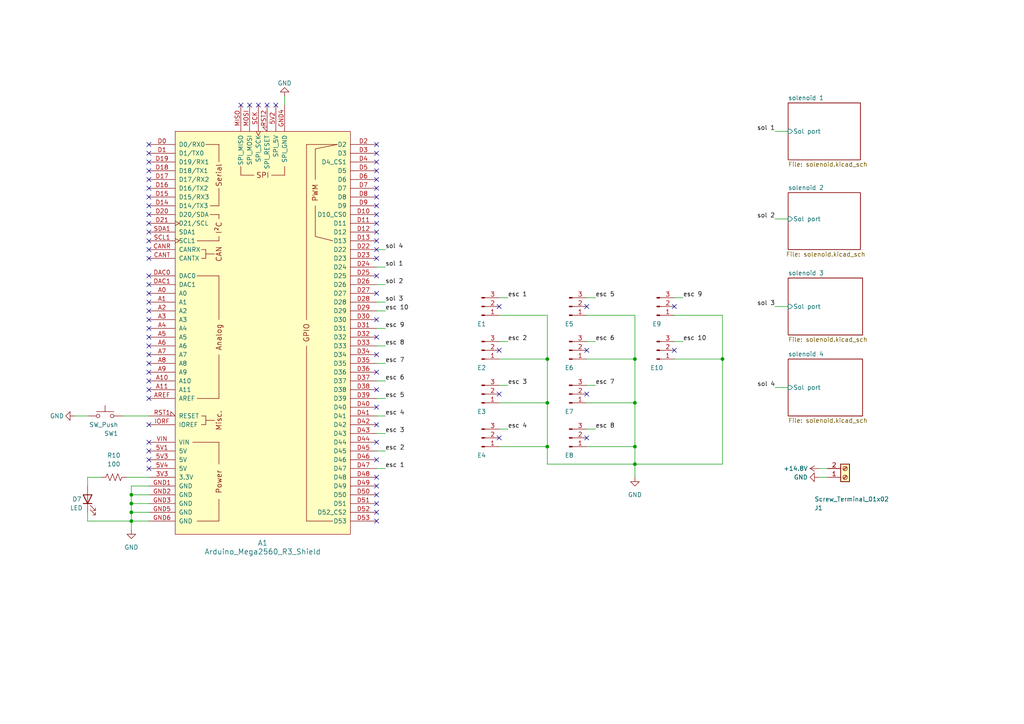
<source format=kicad_sch>
(kicad_sch
	(version 20231120)
	(generator "eeschema")
	(generator_version "8.0")
	(uuid "cf0863a8-7f64-449b-8eb4-3c06c871fb37")
	(paper "A4")
	(lib_symbols
		(symbol "Connector:Conn_01x03_Pin"
			(pin_names
				(offset 1.016) hide)
			(exclude_from_sim no)
			(in_bom yes)
			(on_board yes)
			(property "Reference" "J"
				(at 0 5.08 0)
				(effects
					(font
						(size 1.27 1.27)
					)
				)
			)
			(property "Value" "Conn_01x03_Pin"
				(at 0 -5.08 0)
				(effects
					(font
						(size 1.27 1.27)
					)
				)
			)
			(property "Footprint" ""
				(at 0 0 0)
				(effects
					(font
						(size 1.27 1.27)
					)
					(hide yes)
				)
			)
			(property "Datasheet" "~"
				(at 0 0 0)
				(effects
					(font
						(size 1.27 1.27)
					)
					(hide yes)
				)
			)
			(property "Description" "Generic connector, single row, 01x03, script generated"
				(at 0 0 0)
				(effects
					(font
						(size 1.27 1.27)
					)
					(hide yes)
				)
			)
			(property "ki_locked" ""
				(at 0 0 0)
				(effects
					(font
						(size 1.27 1.27)
					)
				)
			)
			(property "ki_keywords" "connector"
				(at 0 0 0)
				(effects
					(font
						(size 1.27 1.27)
					)
					(hide yes)
				)
			)
			(property "ki_fp_filters" "Connector*:*_1x??_*"
				(at 0 0 0)
				(effects
					(font
						(size 1.27 1.27)
					)
					(hide yes)
				)
			)
			(symbol "Conn_01x03_Pin_1_1"
				(polyline
					(pts
						(xy 1.27 -2.54) (xy 0.8636 -2.54)
					)
					(stroke
						(width 0.1524)
						(type default)
					)
					(fill
						(type none)
					)
				)
				(polyline
					(pts
						(xy 1.27 0) (xy 0.8636 0)
					)
					(stroke
						(width 0.1524)
						(type default)
					)
					(fill
						(type none)
					)
				)
				(polyline
					(pts
						(xy 1.27 2.54) (xy 0.8636 2.54)
					)
					(stroke
						(width 0.1524)
						(type default)
					)
					(fill
						(type none)
					)
				)
				(rectangle
					(start 0.8636 -2.413)
					(end 0 -2.667)
					(stroke
						(width 0.1524)
						(type default)
					)
					(fill
						(type outline)
					)
				)
				(rectangle
					(start 0.8636 0.127)
					(end 0 -0.127)
					(stroke
						(width 0.1524)
						(type default)
					)
					(fill
						(type outline)
					)
				)
				(rectangle
					(start 0.8636 2.667)
					(end 0 2.413)
					(stroke
						(width 0.1524)
						(type default)
					)
					(fill
						(type outline)
					)
				)
				(pin passive line
					(at 5.08 2.54 180)
					(length 3.81)
					(name "Pin_1"
						(effects
							(font
								(size 1.27 1.27)
							)
						)
					)
					(number "1"
						(effects
							(font
								(size 1.27 1.27)
							)
						)
					)
				)
				(pin passive line
					(at 5.08 0 180)
					(length 3.81)
					(name "Pin_2"
						(effects
							(font
								(size 1.27 1.27)
							)
						)
					)
					(number "2"
						(effects
							(font
								(size 1.27 1.27)
							)
						)
					)
				)
				(pin passive line
					(at 5.08 -2.54 180)
					(length 3.81)
					(name "Pin_3"
						(effects
							(font
								(size 1.27 1.27)
							)
						)
					)
					(number "3"
						(effects
							(font
								(size 1.27 1.27)
							)
						)
					)
				)
			)
		)
		(symbol "Connector:Screw_Terminal_01x02"
			(pin_names
				(offset 1.016) hide)
			(exclude_from_sim no)
			(in_bom yes)
			(on_board yes)
			(property "Reference" "J"
				(at 0 2.54 0)
				(effects
					(font
						(size 1.27 1.27)
					)
				)
			)
			(property "Value" "Screw_Terminal_01x02"
				(at 0 -5.08 0)
				(effects
					(font
						(size 1.27 1.27)
					)
				)
			)
			(property "Footprint" ""
				(at 0 0 0)
				(effects
					(font
						(size 1.27 1.27)
					)
					(hide yes)
				)
			)
			(property "Datasheet" "~"
				(at 0 0 0)
				(effects
					(font
						(size 1.27 1.27)
					)
					(hide yes)
				)
			)
			(property "Description" "Generic screw terminal, single row, 01x02, script generated (kicad-library-utils/schlib/autogen/connector/)"
				(at 0 0 0)
				(effects
					(font
						(size 1.27 1.27)
					)
					(hide yes)
				)
			)
			(property "ki_keywords" "screw terminal"
				(at 0 0 0)
				(effects
					(font
						(size 1.27 1.27)
					)
					(hide yes)
				)
			)
			(property "ki_fp_filters" "TerminalBlock*:*"
				(at 0 0 0)
				(effects
					(font
						(size 1.27 1.27)
					)
					(hide yes)
				)
			)
			(symbol "Screw_Terminal_01x02_1_1"
				(rectangle
					(start -1.27 1.27)
					(end 1.27 -3.81)
					(stroke
						(width 0.254)
						(type default)
					)
					(fill
						(type background)
					)
				)
				(circle
					(center 0 -2.54)
					(radius 0.635)
					(stroke
						(width 0.1524)
						(type default)
					)
					(fill
						(type none)
					)
				)
				(polyline
					(pts
						(xy -0.5334 -2.2098) (xy 0.3302 -3.048)
					)
					(stroke
						(width 0.1524)
						(type default)
					)
					(fill
						(type none)
					)
				)
				(polyline
					(pts
						(xy -0.5334 0.3302) (xy 0.3302 -0.508)
					)
					(stroke
						(width 0.1524)
						(type default)
					)
					(fill
						(type none)
					)
				)
				(polyline
					(pts
						(xy -0.3556 -2.032) (xy 0.508 -2.8702)
					)
					(stroke
						(width 0.1524)
						(type default)
					)
					(fill
						(type none)
					)
				)
				(polyline
					(pts
						(xy -0.3556 0.508) (xy 0.508 -0.3302)
					)
					(stroke
						(width 0.1524)
						(type default)
					)
					(fill
						(type none)
					)
				)
				(circle
					(center 0 0)
					(radius 0.635)
					(stroke
						(width 0.1524)
						(type default)
					)
					(fill
						(type none)
					)
				)
				(pin passive line
					(at -5.08 0 0)
					(length 3.81)
					(name "Pin_1"
						(effects
							(font
								(size 1.27 1.27)
							)
						)
					)
					(number "1"
						(effects
							(font
								(size 1.27 1.27)
							)
						)
					)
				)
				(pin passive line
					(at -5.08 -2.54 0)
					(length 3.81)
					(name "Pin_2"
						(effects
							(font
								(size 1.27 1.27)
							)
						)
					)
					(number "2"
						(effects
							(font
								(size 1.27 1.27)
							)
						)
					)
				)
			)
		)
		(symbol "Device:LED"
			(pin_numbers hide)
			(pin_names
				(offset 1.016) hide)
			(exclude_from_sim no)
			(in_bom yes)
			(on_board yes)
			(property "Reference" "D"
				(at 0 2.54 0)
				(effects
					(font
						(size 1.27 1.27)
					)
				)
			)
			(property "Value" "LED"
				(at 0 -2.54 0)
				(effects
					(font
						(size 1.27 1.27)
					)
				)
			)
			(property "Footprint" ""
				(at 0 0 0)
				(effects
					(font
						(size 1.27 1.27)
					)
					(hide yes)
				)
			)
			(property "Datasheet" "~"
				(at 0 0 0)
				(effects
					(font
						(size 1.27 1.27)
					)
					(hide yes)
				)
			)
			(property "Description" "Light emitting diode"
				(at 0 0 0)
				(effects
					(font
						(size 1.27 1.27)
					)
					(hide yes)
				)
			)
			(property "ki_keywords" "LED diode"
				(at 0 0 0)
				(effects
					(font
						(size 1.27 1.27)
					)
					(hide yes)
				)
			)
			(property "ki_fp_filters" "LED* LED_SMD:* LED_THT:*"
				(at 0 0 0)
				(effects
					(font
						(size 1.27 1.27)
					)
					(hide yes)
				)
			)
			(symbol "LED_0_1"
				(polyline
					(pts
						(xy -1.27 -1.27) (xy -1.27 1.27)
					)
					(stroke
						(width 0.254)
						(type default)
					)
					(fill
						(type none)
					)
				)
				(polyline
					(pts
						(xy -1.27 0) (xy 1.27 0)
					)
					(stroke
						(width 0)
						(type default)
					)
					(fill
						(type none)
					)
				)
				(polyline
					(pts
						(xy 1.27 -1.27) (xy 1.27 1.27) (xy -1.27 0) (xy 1.27 -1.27)
					)
					(stroke
						(width 0.254)
						(type default)
					)
					(fill
						(type none)
					)
				)
				(polyline
					(pts
						(xy -3.048 -0.762) (xy -4.572 -2.286) (xy -3.81 -2.286) (xy -4.572 -2.286) (xy -4.572 -1.524)
					)
					(stroke
						(width 0)
						(type default)
					)
					(fill
						(type none)
					)
				)
				(polyline
					(pts
						(xy -1.778 -0.762) (xy -3.302 -2.286) (xy -2.54 -2.286) (xy -3.302 -2.286) (xy -3.302 -1.524)
					)
					(stroke
						(width 0)
						(type default)
					)
					(fill
						(type none)
					)
				)
			)
			(symbol "LED_1_1"
				(pin passive line
					(at -3.81 0 0)
					(length 2.54)
					(name "K"
						(effects
							(font
								(size 1.27 1.27)
							)
						)
					)
					(number "1"
						(effects
							(font
								(size 1.27 1.27)
							)
						)
					)
				)
				(pin passive line
					(at 3.81 0 180)
					(length 2.54)
					(name "A"
						(effects
							(font
								(size 1.27 1.27)
							)
						)
					)
					(number "2"
						(effects
							(font
								(size 1.27 1.27)
							)
						)
					)
				)
			)
		)
		(symbol "Device:R_US"
			(pin_numbers hide)
			(pin_names
				(offset 0)
			)
			(exclude_from_sim no)
			(in_bom yes)
			(on_board yes)
			(property "Reference" "R"
				(at 2.54 0 90)
				(effects
					(font
						(size 1.27 1.27)
					)
				)
			)
			(property "Value" "R_US"
				(at -2.54 0 90)
				(effects
					(font
						(size 1.27 1.27)
					)
				)
			)
			(property "Footprint" ""
				(at 1.016 -0.254 90)
				(effects
					(font
						(size 1.27 1.27)
					)
					(hide yes)
				)
			)
			(property "Datasheet" "~"
				(at 0 0 0)
				(effects
					(font
						(size 1.27 1.27)
					)
					(hide yes)
				)
			)
			(property "Description" "Resistor, US symbol"
				(at 0 0 0)
				(effects
					(font
						(size 1.27 1.27)
					)
					(hide yes)
				)
			)
			(property "ki_keywords" "R res resistor"
				(at 0 0 0)
				(effects
					(font
						(size 1.27 1.27)
					)
					(hide yes)
				)
			)
			(property "ki_fp_filters" "R_*"
				(at 0 0 0)
				(effects
					(font
						(size 1.27 1.27)
					)
					(hide yes)
				)
			)
			(symbol "R_US_0_1"
				(polyline
					(pts
						(xy 0 -2.286) (xy 0 -2.54)
					)
					(stroke
						(width 0)
						(type default)
					)
					(fill
						(type none)
					)
				)
				(polyline
					(pts
						(xy 0 2.286) (xy 0 2.54)
					)
					(stroke
						(width 0)
						(type default)
					)
					(fill
						(type none)
					)
				)
				(polyline
					(pts
						(xy 0 -0.762) (xy 1.016 -1.143) (xy 0 -1.524) (xy -1.016 -1.905) (xy 0 -2.286)
					)
					(stroke
						(width 0)
						(type default)
					)
					(fill
						(type none)
					)
				)
				(polyline
					(pts
						(xy 0 0.762) (xy 1.016 0.381) (xy 0 0) (xy -1.016 -0.381) (xy 0 -0.762)
					)
					(stroke
						(width 0)
						(type default)
					)
					(fill
						(type none)
					)
				)
				(polyline
					(pts
						(xy 0 2.286) (xy 1.016 1.905) (xy 0 1.524) (xy -1.016 1.143) (xy 0 0.762)
					)
					(stroke
						(width 0)
						(type default)
					)
					(fill
						(type none)
					)
				)
			)
			(symbol "R_US_1_1"
				(pin passive line
					(at 0 3.81 270)
					(length 1.27)
					(name "~"
						(effects
							(font
								(size 1.27 1.27)
							)
						)
					)
					(number "1"
						(effects
							(font
								(size 1.27 1.27)
							)
						)
					)
				)
				(pin passive line
					(at 0 -3.81 90)
					(length 1.27)
					(name "~"
						(effects
							(font
								(size 1.27 1.27)
							)
						)
					)
					(number "2"
						(effects
							(font
								(size 1.27 1.27)
							)
						)
					)
				)
			)
		)
		(symbol "PCM_arduino-library:Arduino_Due_Shield"
			(pin_names
				(offset 1.016)
			)
			(exclude_from_sim no)
			(in_bom yes)
			(on_board yes)
			(property "Reference" "A"
				(at 0 -62.23 0)
				(effects
					(font
						(size 1.524 1.524)
					)
				)
			)
			(property "Value" "Arduino_Due_Shield"
				(at 0 -66.04 0)
				(effects
					(font
						(size 1.524 1.524)
					)
				)
			)
			(property "Footprint" "PCM_arduino-library:Arduino_Due_Shield"
				(at 0 -73.66 0)
				(effects
					(font
						(size 1.524 1.524)
					)
					(hide yes)
				)
			)
			(property "Datasheet" "https://docs.arduino.cc/hardware/due"
				(at 0 -69.85 0)
				(effects
					(font
						(size 1.524 1.524)
					)
					(hide yes)
				)
			)
			(property "Description" "Shield for Arduino Due"
				(at 0 0 0)
				(effects
					(font
						(size 1.27 1.27)
					)
					(hide yes)
				)
			)
			(property "ki_keywords" "Arduino MPU Shield"
				(at 0 0 0)
				(effects
					(font
						(size 1.27 1.27)
					)
					(hide yes)
				)
			)
			(property "ki_fp_filters" "Arduino_Due_Shield"
				(at 0 0 0)
				(effects
					(font
						(size 1.27 1.27)
					)
					(hide yes)
				)
			)
			(symbol "Arduino_Due_Shield_0_0"
				(rectangle
					(start -25.4 -58.42)
					(end 25.4 58.42)
					(stroke
						(width 0)
						(type default)
					)
					(fill
						(type background)
					)
				)
				(rectangle
					(start -20.32 -31.75)
					(end -12.7 -31.75)
					(stroke
						(width 0)
						(type default)
					)
					(fill
						(type none)
					)
				)
				(rectangle
					(start -19.05 -54.61)
					(end -12.7 -54.61)
					(stroke
						(width 0)
						(type default)
					)
					(fill
						(type none)
					)
				)
				(rectangle
					(start -19.05 -19.05)
					(end -12.7 -19.05)
					(stroke
						(width 0)
						(type default)
					)
					(fill
						(type none)
					)
				)
				(rectangle
					(start -19.05 16.51)
					(end -12.7 16.51)
					(stroke
						(width 0)
						(type default)
					)
					(fill
						(type none)
					)
				)
				(rectangle
					(start -19.05 26.67)
					(end -12.7 26.67)
					(stroke
						(width 0)
						(type default)
					)
					(fill
						(type none)
					)
				)
				(rectangle
					(start -17.78 -26.67)
					(end -16.51 -26.67)
					(stroke
						(width 0)
						(type default)
					)
					(fill
						(type none)
					)
				)
				(rectangle
					(start -17.78 -24.13)
					(end -16.51 -24.13)
					(stroke
						(width 0)
						(type default)
					)
					(fill
						(type none)
					)
				)
				(rectangle
					(start -17.78 21.59)
					(end -16.51 21.59)
					(stroke
						(width 0)
						(type default)
					)
					(fill
						(type none)
					)
				)
				(rectangle
					(start -17.78 24.13)
					(end -16.51 24.13)
					(stroke
						(width 0)
						(type default)
					)
					(fill
						(type none)
					)
				)
				(rectangle
					(start -16.51 -25.4)
					(end -13.97 -25.4)
					(stroke
						(width 0)
						(type default)
					)
					(fill
						(type none)
					)
				)
				(rectangle
					(start -16.51 -24.13)
					(end -16.51 -26.67)
					(stroke
						(width 0)
						(type default)
					)
					(fill
						(type none)
					)
				)
				(rectangle
					(start -16.51 22.86)
					(end -13.97 22.86)
					(stroke
						(width 0)
						(type default)
					)
					(fill
						(type none)
					)
				)
				(rectangle
					(start -16.51 24.13)
					(end -16.51 21.59)
					(stroke
						(width 0)
						(type default)
					)
					(fill
						(type none)
					)
				)
				(rectangle
					(start -16.51 54.61)
					(end -12.7 54.61)
					(stroke
						(width 0)
						(type default)
					)
					(fill
						(type none)
					)
				)
				(rectangle
					(start -15.24 34.29)
					(end -12.7 34.29)
					(stroke
						(width 0)
						(type default)
					)
					(fill
						(type none)
					)
				)
				(rectangle
					(start -15.24 36.83)
					(end -12.7 36.83)
					(stroke
						(width 0)
						(type default)
					)
					(fill
						(type none)
					)
				)
				(rectangle
					(start -12.7 -54.61)
					(end -12.7 -48.26)
					(stroke
						(width 0)
						(type default)
					)
					(fill
						(type none)
					)
				)
				(rectangle
					(start -12.7 -31.75)
					(end -12.7 -38.1)
					(stroke
						(width 0)
						(type default)
					)
					(fill
						(type none)
					)
				)
				(rectangle
					(start -12.7 -6.35)
					(end -12.7 -19.05)
					(stroke
						(width 0)
						(type default)
					)
					(fill
						(type none)
					)
				)
				(rectangle
					(start -12.7 16.51)
					(end -12.7 3.81)
					(stroke
						(width 0)
						(type default)
					)
					(fill
						(type none)
					)
				)
				(rectangle
					(start -12.7 26.67)
					(end -12.7 27.94)
					(stroke
						(width 0)
						(type default)
					)
					(fill
						(type none)
					)
				)
				(rectangle
					(start -12.7 34.29)
					(end -12.7 33.02)
					(stroke
						(width 0)
						(type default)
					)
					(fill
						(type none)
					)
				)
				(rectangle
					(start -12.7 41.91)
					(end -12.7 36.83)
					(stroke
						(width 0)
						(type default)
					)
					(fill
						(type none)
					)
				)
				(rectangle
					(start -12.7 49.53)
					(end -12.7 54.61)
					(stroke
						(width 0)
						(type default)
					)
					(fill
						(type none)
					)
				)
				(rectangle
					(start -6.35 48.26)
					(end -6.35 45.72)
					(stroke
						(width 0)
						(type default)
					)
					(fill
						(type none)
					)
				)
				(rectangle
					(start -2.54 45.72)
					(end -6.35 45.72)
					(stroke
						(width 0)
						(type default)
					)
					(fill
						(type none)
					)
				)
				(polyline
					(pts
						(xy 12.7 -54.61) (xy 20.32 -54.61)
					)
					(stroke
						(width 0)
						(type default)
					)
					(fill
						(type none)
					)
				)
				(polyline
					(pts
						(xy 21.59 54.61) (xy 12.7 54.61)
					)
					(stroke
						(width 0)
						(type default)
					)
					(fill
						(type none)
					)
				)
				(polyline
					(pts
						(xy 15.24 44.45) (xy 15.24 53.34) (xy 21.59 54.61)
					)
					(stroke
						(width 0)
						(type default)
					)
					(fill
						(type none)
					)
				)
				(polyline
					(pts
						(xy 20.32 26.67) (xy 15.24 27.94) (xy 15.24 36.83)
					)
					(stroke
						(width 0)
						(type default)
					)
					(fill
						(type none)
					)
				)
				(rectangle
					(start 6.35 45.72)
					(end 2.54 45.72)
					(stroke
						(width 0)
						(type default)
					)
					(fill
						(type none)
					)
				)
				(rectangle
					(start 6.35 48.26)
					(end 6.35 45.72)
					(stroke
						(width 0)
						(type default)
					)
					(fill
						(type none)
					)
				)
				(text "Analog"
					(at -12.7 -1.27 900)
					(effects
						(font
							(size 1.524 1.524)
						)
					)
				)
				(text "CAN"
					(at -12.7 22.86 900)
					(effects
						(font
							(size 1.524 1.524)
						)
					)
				)
				(text "I²C"
					(at -12.7 30.48 900)
					(effects
						(font
							(size 1.524 1.524)
						)
					)
				)
				(text "Misc."
					(at -12.7 -25.4 900)
					(effects
						(font
							(size 1.524 1.524)
						)
					)
				)
				(text "Power"
					(at -12.7 -43.18 900)
					(effects
						(font
							(size 1.524 1.524)
						)
					)
				)
				(text "PWM"
					(at 15.24 40.64 900)
					(effects
						(font
							(size 1.524 1.524)
						)
					)
				)
				(text "Serial"
					(at -12.7 45.72 900)
					(effects
						(font
							(size 1.524 1.524)
						)
					)
				)
				(text "SPI"
					(at 0 45.72 0)
					(effects
						(font
							(size 1.524 1.524)
						)
					)
				)
			)
			(symbol "Arduino_Due_Shield_1_0"
				(rectangle
					(start 12.7 -54.61)
					(end 12.7 -3.81)
					(stroke
						(width 0)
						(type default)
					)
					(fill
						(type none)
					)
				)
				(rectangle
					(start 12.7 54.61)
					(end 12.7 3.81)
					(stroke
						(width 0)
						(type default)
					)
					(fill
						(type none)
					)
				)
				(text "GPIO"
					(at 12.7 0 900)
					(effects
						(font
							(size 1.524 1.524)
						)
					)
				)
			)
			(symbol "Arduino_Due_Shield_1_1"
				(pin power_out line
					(at -33.02 -41.91 0)
					(length 7.62)
					(name "3.3V"
						(effects
							(font
								(size 1.27 1.27)
							)
						)
					)
					(number "3V3"
						(effects
							(font
								(size 1.27 1.27)
							)
						)
					)
				)
				(pin power_in line
					(at -33.02 -34.29 0)
					(length 7.62)
					(name "5V"
						(effects
							(font
								(size 1.27 1.27)
							)
						)
					)
					(number "5V1"
						(effects
							(font
								(size 1.27 1.27)
							)
						)
					)
				)
				(pin power_in line
					(at 3.81 66.04 270)
					(length 7.62)
					(name "SPI_5V"
						(effects
							(font
								(size 1.27 1.27)
							)
						)
					)
					(number "5V2"
						(effects
							(font
								(size 1.27 1.27)
							)
						)
					)
				)
				(pin power_in line
					(at -33.02 -36.83 0)
					(length 7.62)
					(name "5V"
						(effects
							(font
								(size 1.27 1.27)
							)
						)
					)
					(number "5V3"
						(effects
							(font
								(size 1.27 1.27)
							)
						)
					)
				)
				(pin power_in line
					(at -33.02 -39.37 0)
					(length 7.62)
					(name "5V"
						(effects
							(font
								(size 1.27 1.27)
							)
						)
					)
					(number "5V4"
						(effects
							(font
								(size 1.27 1.27)
							)
						)
					)
				)
				(pin bidirectional line
					(at -33.02 11.43 0)
					(length 7.62)
					(name "A0"
						(effects
							(font
								(size 1.27 1.27)
							)
						)
					)
					(number "A0"
						(effects
							(font
								(size 1.27 1.27)
							)
						)
					)
				)
				(pin bidirectional line
					(at -33.02 8.89 0)
					(length 7.62)
					(name "A1"
						(effects
							(font
								(size 1.27 1.27)
							)
						)
					)
					(number "A1"
						(effects
							(font
								(size 1.27 1.27)
							)
						)
					)
				)
				(pin bidirectional line
					(at -33.02 -13.97 0)
					(length 7.62)
					(name "A10"
						(effects
							(font
								(size 1.27 1.27)
							)
						)
					)
					(number "A10"
						(effects
							(font
								(size 1.27 1.27)
							)
						)
					)
				)
				(pin bidirectional line
					(at -33.02 -16.51 0)
					(length 7.62)
					(name "A11"
						(effects
							(font
								(size 1.27 1.27)
							)
						)
					)
					(number "A11"
						(effects
							(font
								(size 1.27 1.27)
							)
						)
					)
				)
				(pin bidirectional line
					(at -33.02 6.35 0)
					(length 7.62)
					(name "A2"
						(effects
							(font
								(size 1.27 1.27)
							)
						)
					)
					(number "A2"
						(effects
							(font
								(size 1.27 1.27)
							)
						)
					)
				)
				(pin bidirectional line
					(at -33.02 3.81 0)
					(length 7.62)
					(name "A3"
						(effects
							(font
								(size 1.27 1.27)
							)
						)
					)
					(number "A3"
						(effects
							(font
								(size 1.27 1.27)
							)
						)
					)
				)
				(pin bidirectional line
					(at -33.02 1.27 0)
					(length 7.62)
					(name "A4"
						(effects
							(font
								(size 1.27 1.27)
							)
						)
					)
					(number "A4"
						(effects
							(font
								(size 1.27 1.27)
							)
						)
					)
				)
				(pin bidirectional line
					(at -33.02 -1.27 0)
					(length 7.62)
					(name "A5"
						(effects
							(font
								(size 1.27 1.27)
							)
						)
					)
					(number "A5"
						(effects
							(font
								(size 1.27 1.27)
							)
						)
					)
				)
				(pin bidirectional line
					(at -33.02 -3.81 0)
					(length 7.62)
					(name "A6"
						(effects
							(font
								(size 1.27 1.27)
							)
						)
					)
					(number "A6"
						(effects
							(font
								(size 1.27 1.27)
							)
						)
					)
				)
				(pin bidirectional line
					(at -33.02 -6.35 0)
					(length 7.62)
					(name "A7"
						(effects
							(font
								(size 1.27 1.27)
							)
						)
					)
					(number "A7"
						(effects
							(font
								(size 1.27 1.27)
							)
						)
					)
				)
				(pin bidirectional line
					(at -33.02 -8.89 0)
					(length 7.62)
					(name "A8"
						(effects
							(font
								(size 1.27 1.27)
							)
						)
					)
					(number "A8"
						(effects
							(font
								(size 1.27 1.27)
							)
						)
					)
				)
				(pin bidirectional line
					(at -33.02 -11.43 0)
					(length 7.62)
					(name "A9"
						(effects
							(font
								(size 1.27 1.27)
							)
						)
					)
					(number "A9"
						(effects
							(font
								(size 1.27 1.27)
							)
						)
					)
				)
				(pin input line
					(at -33.02 -19.05 0)
					(length 7.62)
					(name "AREF"
						(effects
							(font
								(size 1.27 1.27)
							)
						)
					)
					(number "AREF"
						(effects
							(font
								(size 1.27 1.27)
							)
						)
					)
				)
				(pin bidirectional line
					(at -33.02 24.13 0)
					(length 7.62)
					(name "CANRX"
						(effects
							(font
								(size 1.27 1.27)
							)
						)
					)
					(number "CANR"
						(effects
							(font
								(size 1.27 1.27)
							)
						)
					)
				)
				(pin bidirectional line
					(at -33.02 21.59 0)
					(length 7.62)
					(name "CANTX"
						(effects
							(font
								(size 1.27 1.27)
							)
						)
					)
					(number "CANT"
						(effects
							(font
								(size 1.27 1.27)
							)
						)
					)
				)
				(pin bidirectional line
					(at -33.02 54.61 0)
					(length 7.62)
					(name "D0/RX0"
						(effects
							(font
								(size 1.27 1.27)
							)
						)
					)
					(number "D0"
						(effects
							(font
								(size 1.27 1.27)
							)
						)
					)
				)
				(pin bidirectional line
					(at -33.02 52.07 0)
					(length 7.62)
					(name "D1/TX0"
						(effects
							(font
								(size 1.27 1.27)
							)
						)
					)
					(number "D1"
						(effects
							(font
								(size 1.27 1.27)
							)
						)
					)
				)
				(pin bidirectional line
					(at 33.02 34.29 180)
					(length 7.62)
					(name "D10_CS0"
						(effects
							(font
								(size 1.27 1.27)
							)
						)
					)
					(number "D10"
						(effects
							(font
								(size 1.27 1.27)
							)
						)
					)
				)
				(pin bidirectional line
					(at 33.02 31.75 180)
					(length 7.62)
					(name "D11"
						(effects
							(font
								(size 1.27 1.27)
							)
						)
					)
					(number "D11"
						(effects
							(font
								(size 1.27 1.27)
							)
						)
					)
				)
				(pin bidirectional line
					(at 33.02 29.21 180)
					(length 7.62)
					(name "D12"
						(effects
							(font
								(size 1.27 1.27)
							)
						)
					)
					(number "D12"
						(effects
							(font
								(size 1.27 1.27)
							)
						)
					)
				)
				(pin bidirectional line
					(at 33.02 26.67 180)
					(length 7.62)
					(name "D13"
						(effects
							(font
								(size 1.27 1.27)
							)
						)
					)
					(number "D13"
						(effects
							(font
								(size 1.27 1.27)
							)
						)
					)
				)
				(pin bidirectional line
					(at -33.02 36.83 0)
					(length 7.62)
					(name "D14/TX3"
						(effects
							(font
								(size 1.27 1.27)
							)
						)
					)
					(number "D14"
						(effects
							(font
								(size 1.27 1.27)
							)
						)
					)
				)
				(pin bidirectional line
					(at -33.02 39.37 0)
					(length 7.62)
					(name "D15/RX3"
						(effects
							(font
								(size 1.27 1.27)
							)
						)
					)
					(number "D15"
						(effects
							(font
								(size 1.27 1.27)
							)
						)
					)
				)
				(pin bidirectional line
					(at -33.02 41.91 0)
					(length 7.62)
					(name "D16/TX2"
						(effects
							(font
								(size 1.27 1.27)
							)
						)
					)
					(number "D16"
						(effects
							(font
								(size 1.27 1.27)
							)
						)
					)
				)
				(pin bidirectional line
					(at -33.02 44.45 0)
					(length 7.62)
					(name "D17/RX2"
						(effects
							(font
								(size 1.27 1.27)
							)
						)
					)
					(number "D17"
						(effects
							(font
								(size 1.27 1.27)
							)
						)
					)
				)
				(pin bidirectional line
					(at -33.02 46.99 0)
					(length 7.62)
					(name "D18/TX1"
						(effects
							(font
								(size 1.27 1.27)
							)
						)
					)
					(number "D18"
						(effects
							(font
								(size 1.27 1.27)
							)
						)
					)
				)
				(pin bidirectional line
					(at -33.02 49.53 0)
					(length 7.62)
					(name "D19/RX1"
						(effects
							(font
								(size 1.27 1.27)
							)
						)
					)
					(number "D19"
						(effects
							(font
								(size 1.27 1.27)
							)
						)
					)
				)
				(pin bidirectional line
					(at 33.02 54.61 180)
					(length 7.62)
					(name "D2"
						(effects
							(font
								(size 1.27 1.27)
							)
						)
					)
					(number "D2"
						(effects
							(font
								(size 1.27 1.27)
							)
						)
					)
				)
				(pin bidirectional line
					(at -33.02 34.29 0)
					(length 7.62)
					(name "D20/SDA"
						(effects
							(font
								(size 1.27 1.27)
							)
						)
					)
					(number "D20"
						(effects
							(font
								(size 1.27 1.27)
							)
						)
					)
				)
				(pin bidirectional clock
					(at -33.02 31.75 0)
					(length 7.62)
					(name "D21/SCL"
						(effects
							(font
								(size 1.27 1.27)
							)
						)
					)
					(number "D21"
						(effects
							(font
								(size 1.27 1.27)
							)
						)
					)
				)
				(pin bidirectional line
					(at 33.02 24.13 180)
					(length 7.62)
					(name "D22"
						(effects
							(font
								(size 1.27 1.27)
							)
						)
					)
					(number "D22"
						(effects
							(font
								(size 1.27 1.27)
							)
						)
					)
				)
				(pin bidirectional line
					(at 33.02 21.59 180)
					(length 7.62)
					(name "D23"
						(effects
							(font
								(size 1.27 1.27)
							)
						)
					)
					(number "D23"
						(effects
							(font
								(size 1.27 1.27)
							)
						)
					)
				)
				(pin bidirectional line
					(at 33.02 19.05 180)
					(length 7.62)
					(name "D24"
						(effects
							(font
								(size 1.27 1.27)
							)
						)
					)
					(number "D24"
						(effects
							(font
								(size 1.27 1.27)
							)
						)
					)
				)
				(pin bidirectional line
					(at 33.02 16.51 180)
					(length 7.62)
					(name "D25"
						(effects
							(font
								(size 1.27 1.27)
							)
						)
					)
					(number "D25"
						(effects
							(font
								(size 1.27 1.27)
							)
						)
					)
				)
				(pin bidirectional line
					(at 33.02 13.97 180)
					(length 7.62)
					(name "D26"
						(effects
							(font
								(size 1.27 1.27)
							)
						)
					)
					(number "D26"
						(effects
							(font
								(size 1.27 1.27)
							)
						)
					)
				)
				(pin bidirectional line
					(at 33.02 11.43 180)
					(length 7.62)
					(name "D27"
						(effects
							(font
								(size 1.27 1.27)
							)
						)
					)
					(number "D27"
						(effects
							(font
								(size 1.27 1.27)
							)
						)
					)
				)
				(pin bidirectional line
					(at 33.02 8.89 180)
					(length 7.62)
					(name "D28"
						(effects
							(font
								(size 1.27 1.27)
							)
						)
					)
					(number "D28"
						(effects
							(font
								(size 1.27 1.27)
							)
						)
					)
				)
				(pin bidirectional line
					(at 33.02 6.35 180)
					(length 7.62)
					(name "D29"
						(effects
							(font
								(size 1.27 1.27)
							)
						)
					)
					(number "D29"
						(effects
							(font
								(size 1.27 1.27)
							)
						)
					)
				)
				(pin bidirectional line
					(at 33.02 52.07 180)
					(length 7.62)
					(name "D3"
						(effects
							(font
								(size 1.27 1.27)
							)
						)
					)
					(number "D3"
						(effects
							(font
								(size 1.27 1.27)
							)
						)
					)
				)
				(pin bidirectional line
					(at 33.02 3.81 180)
					(length 7.62)
					(name "D30"
						(effects
							(font
								(size 1.27 1.27)
							)
						)
					)
					(number "D30"
						(effects
							(font
								(size 1.27 1.27)
							)
						)
					)
				)
				(pin bidirectional line
					(at 33.02 1.27 180)
					(length 7.62)
					(name "D31"
						(effects
							(font
								(size 1.27 1.27)
							)
						)
					)
					(number "D31"
						(effects
							(font
								(size 1.27 1.27)
							)
						)
					)
				)
				(pin bidirectional line
					(at 33.02 -1.27 180)
					(length 7.62)
					(name "D32"
						(effects
							(font
								(size 1.27 1.27)
							)
						)
					)
					(number "D32"
						(effects
							(font
								(size 1.27 1.27)
							)
						)
					)
				)
				(pin bidirectional line
					(at 33.02 -3.81 180)
					(length 7.62)
					(name "D33"
						(effects
							(font
								(size 1.27 1.27)
							)
						)
					)
					(number "D33"
						(effects
							(font
								(size 1.27 1.27)
							)
						)
					)
				)
				(pin bidirectional line
					(at 33.02 -6.35 180)
					(length 7.62)
					(name "D34"
						(effects
							(font
								(size 1.27 1.27)
							)
						)
					)
					(number "D34"
						(effects
							(font
								(size 1.27 1.27)
							)
						)
					)
				)
				(pin bidirectional line
					(at 33.02 -8.89 180)
					(length 7.62)
					(name "D35"
						(effects
							(font
								(size 1.27 1.27)
							)
						)
					)
					(number "D35"
						(effects
							(font
								(size 1.27 1.27)
							)
						)
					)
				)
				(pin bidirectional line
					(at 33.02 -11.43 180)
					(length 7.62)
					(name "D36"
						(effects
							(font
								(size 1.27 1.27)
							)
						)
					)
					(number "D36"
						(effects
							(font
								(size 1.27 1.27)
							)
						)
					)
				)
				(pin bidirectional line
					(at 33.02 -13.97 180)
					(length 7.62)
					(name "D37"
						(effects
							(font
								(size 1.27 1.27)
							)
						)
					)
					(number "D37"
						(effects
							(font
								(size 1.27 1.27)
							)
						)
					)
				)
				(pin bidirectional line
					(at 33.02 -16.51 180)
					(length 7.62)
					(name "D38"
						(effects
							(font
								(size 1.27 1.27)
							)
						)
					)
					(number "D38"
						(effects
							(font
								(size 1.27 1.27)
							)
						)
					)
				)
				(pin bidirectional line
					(at 33.02 -19.05 180)
					(length 7.62)
					(name "D39"
						(effects
							(font
								(size 1.27 1.27)
							)
						)
					)
					(number "D39"
						(effects
							(font
								(size 1.27 1.27)
							)
						)
					)
				)
				(pin bidirectional line
					(at 33.02 49.53 180)
					(length 7.62)
					(name "D4_CS1"
						(effects
							(font
								(size 1.27 1.27)
							)
						)
					)
					(number "D4"
						(effects
							(font
								(size 1.27 1.27)
							)
						)
					)
				)
				(pin bidirectional line
					(at 33.02 -21.59 180)
					(length 7.62)
					(name "D40"
						(effects
							(font
								(size 1.27 1.27)
							)
						)
					)
					(number "D40"
						(effects
							(font
								(size 1.27 1.27)
							)
						)
					)
				)
				(pin bidirectional line
					(at 33.02 -24.13 180)
					(length 7.62)
					(name "D41"
						(effects
							(font
								(size 1.27 1.27)
							)
						)
					)
					(number "D41"
						(effects
							(font
								(size 1.27 1.27)
							)
						)
					)
				)
				(pin bidirectional line
					(at 33.02 -26.67 180)
					(length 7.62)
					(name "D42"
						(effects
							(font
								(size 1.27 1.27)
							)
						)
					)
					(number "D42"
						(effects
							(font
								(size 1.27 1.27)
							)
						)
					)
				)
				(pin bidirectional line
					(at 33.02 -29.21 180)
					(length 7.62)
					(name "D43"
						(effects
							(font
								(size 1.27 1.27)
							)
						)
					)
					(number "D43"
						(effects
							(font
								(size 1.27 1.27)
							)
						)
					)
				)
				(pin bidirectional line
					(at 33.02 -31.75 180)
					(length 7.62)
					(name "D44"
						(effects
							(font
								(size 1.27 1.27)
							)
						)
					)
					(number "D44"
						(effects
							(font
								(size 1.27 1.27)
							)
						)
					)
				)
				(pin bidirectional line
					(at 33.02 -34.29 180)
					(length 7.62)
					(name "D45"
						(effects
							(font
								(size 1.27 1.27)
							)
						)
					)
					(number "D45"
						(effects
							(font
								(size 1.27 1.27)
							)
						)
					)
				)
				(pin bidirectional line
					(at 33.02 -36.83 180)
					(length 7.62)
					(name "D46"
						(effects
							(font
								(size 1.27 1.27)
							)
						)
					)
					(number "D46"
						(effects
							(font
								(size 1.27 1.27)
							)
						)
					)
				)
				(pin bidirectional line
					(at 33.02 -39.37 180)
					(length 7.62)
					(name "D47"
						(effects
							(font
								(size 1.27 1.27)
							)
						)
					)
					(number "D47"
						(effects
							(font
								(size 1.27 1.27)
							)
						)
					)
				)
				(pin bidirectional line
					(at 33.02 -41.91 180)
					(length 7.62)
					(name "D48"
						(effects
							(font
								(size 1.27 1.27)
							)
						)
					)
					(number "D48"
						(effects
							(font
								(size 1.27 1.27)
							)
						)
					)
				)
				(pin bidirectional line
					(at 33.02 -44.45 180)
					(length 7.62)
					(name "D49"
						(effects
							(font
								(size 1.27 1.27)
							)
						)
					)
					(number "D49"
						(effects
							(font
								(size 1.27 1.27)
							)
						)
					)
				)
				(pin bidirectional line
					(at 33.02 46.99 180)
					(length 7.62)
					(name "D5"
						(effects
							(font
								(size 1.27 1.27)
							)
						)
					)
					(number "D5"
						(effects
							(font
								(size 1.27 1.27)
							)
						)
					)
				)
				(pin bidirectional line
					(at 33.02 -46.99 180)
					(length 7.62)
					(name "D50"
						(effects
							(font
								(size 1.27 1.27)
							)
						)
					)
					(number "D50"
						(effects
							(font
								(size 1.27 1.27)
							)
						)
					)
				)
				(pin bidirectional line
					(at 33.02 -49.53 180)
					(length 7.62)
					(name "D51"
						(effects
							(font
								(size 1.27 1.27)
							)
						)
					)
					(number "D51"
						(effects
							(font
								(size 1.27 1.27)
							)
						)
					)
				)
				(pin bidirectional line
					(at 33.02 -52.07 180)
					(length 7.62)
					(name "D52_CS2"
						(effects
							(font
								(size 1.27 1.27)
							)
						)
					)
					(number "D52"
						(effects
							(font
								(size 1.27 1.27)
							)
						)
					)
				)
				(pin bidirectional line
					(at 33.02 -54.61 180)
					(length 7.62)
					(name "D53"
						(effects
							(font
								(size 1.27 1.27)
							)
						)
					)
					(number "D53"
						(effects
							(font
								(size 1.27 1.27)
							)
						)
					)
				)
				(pin bidirectional line
					(at 33.02 44.45 180)
					(length 7.62)
					(name "D6"
						(effects
							(font
								(size 1.27 1.27)
							)
						)
					)
					(number "D6"
						(effects
							(font
								(size 1.27 1.27)
							)
						)
					)
				)
				(pin bidirectional line
					(at 33.02 41.91 180)
					(length 7.62)
					(name "D7"
						(effects
							(font
								(size 1.27 1.27)
							)
						)
					)
					(number "D7"
						(effects
							(font
								(size 1.27 1.27)
							)
						)
					)
				)
				(pin bidirectional line
					(at 33.02 39.37 180)
					(length 7.62)
					(name "D8"
						(effects
							(font
								(size 1.27 1.27)
							)
						)
					)
					(number "D8"
						(effects
							(font
								(size 1.27 1.27)
							)
						)
					)
				)
				(pin bidirectional line
					(at 33.02 36.83 180)
					(length 7.62)
					(name "D9"
						(effects
							(font
								(size 1.27 1.27)
							)
						)
					)
					(number "D9"
						(effects
							(font
								(size 1.27 1.27)
							)
						)
					)
				)
				(pin bidirectional line
					(at -33.02 16.51 0)
					(length 7.62)
					(name "DAC0"
						(effects
							(font
								(size 1.27 1.27)
							)
						)
					)
					(number "DAC0"
						(effects
							(font
								(size 1.27 1.27)
							)
						)
					)
				)
				(pin bidirectional line
					(at -33.02 13.97 0)
					(length 7.62)
					(name "DAC1"
						(effects
							(font
								(size 1.27 1.27)
							)
						)
					)
					(number "DAC1"
						(effects
							(font
								(size 1.27 1.27)
							)
						)
					)
				)
				(pin power_in line
					(at -33.02 -44.45 0)
					(length 7.62)
					(name "GND"
						(effects
							(font
								(size 1.27 1.27)
							)
						)
					)
					(number "GND1"
						(effects
							(font
								(size 1.27 1.27)
							)
						)
					)
				)
				(pin power_in line
					(at -33.02 -46.99 0)
					(length 7.62)
					(name "GND"
						(effects
							(font
								(size 1.27 1.27)
							)
						)
					)
					(number "GND2"
						(effects
							(font
								(size 1.27 1.27)
							)
						)
					)
				)
				(pin power_in line
					(at -33.02 -49.53 0)
					(length 7.62)
					(name "GND"
						(effects
							(font
								(size 1.27 1.27)
							)
						)
					)
					(number "GND3"
						(effects
							(font
								(size 1.27 1.27)
							)
						)
					)
				)
				(pin power_in line
					(at 6.35 66.04 270)
					(length 7.62)
					(name "SPI_GND"
						(effects
							(font
								(size 1.27 1.27)
							)
						)
					)
					(number "GND4"
						(effects
							(font
								(size 1.27 1.27)
							)
						)
					)
				)
				(pin power_in line
					(at -33.02 -52.07 0)
					(length 7.62)
					(name "GND"
						(effects
							(font
								(size 1.27 1.27)
							)
						)
					)
					(number "GND5"
						(effects
							(font
								(size 1.27 1.27)
							)
						)
					)
				)
				(pin power_in line
					(at -33.02 -54.61 0)
					(length 7.62)
					(name "GND"
						(effects
							(font
								(size 1.27 1.27)
							)
						)
					)
					(number "GND6"
						(effects
							(font
								(size 1.27 1.27)
							)
						)
					)
				)
				(pin output line
					(at -33.02 -26.67 0)
					(length 7.62)
					(name "IOREF"
						(effects
							(font
								(size 1.27 1.27)
							)
						)
					)
					(number "IORF"
						(effects
							(font
								(size 1.27 1.27)
							)
						)
					)
				)
				(pin input line
					(at -6.35 66.04 270)
					(length 7.62)
					(name "SPI_MISO"
						(effects
							(font
								(size 1.27 1.27)
							)
						)
					)
					(number "MISO"
						(effects
							(font
								(size 1.27 1.27)
							)
						)
					)
				)
				(pin output line
					(at -3.81 66.04 270)
					(length 7.62)
					(name "SPI_MOSI"
						(effects
							(font
								(size 1.27 1.27)
							)
						)
					)
					(number "MOSI"
						(effects
							(font
								(size 1.27 1.27)
							)
						)
					)
				)
				(pin open_collector input_low
					(at -33.02 -24.13 0)
					(length 7.62)
					(name "RESET"
						(effects
							(font
								(size 1.27 1.27)
							)
						)
					)
					(number "RST1"
						(effects
							(font
								(size 1.27 1.27)
							)
						)
					)
				)
				(pin open_collector input_low
					(at 1.27 66.04 270)
					(length 7.62)
					(name "SPI_RESET"
						(effects
							(font
								(size 1.27 1.27)
							)
						)
					)
					(number "RST2"
						(effects
							(font
								(size 1.27 1.27)
							)
						)
					)
				)
				(pin output clock
					(at -1.27 66.04 270)
					(length 7.62)
					(name "SPI_SCK"
						(effects
							(font
								(size 1.27 1.27)
							)
						)
					)
					(number "SCK"
						(effects
							(font
								(size 1.27 1.27)
							)
						)
					)
				)
				(pin bidirectional clock
					(at -33.02 26.67 0)
					(length 7.62)
					(name "SCL1"
						(effects
							(font
								(size 1.27 1.27)
							)
						)
					)
					(number "SCL1"
						(effects
							(font
								(size 1.27 1.27)
							)
						)
					)
				)
				(pin bidirectional line
					(at -33.02 29.21 0)
					(length 7.62)
					(name "SDA1"
						(effects
							(font
								(size 1.27 1.27)
							)
						)
					)
					(number "SDA1"
						(effects
							(font
								(size 1.27 1.27)
							)
						)
					)
				)
				(pin power_in line
					(at -33.02 -31.75 0)
					(length 7.62)
					(name "VIN"
						(effects
							(font
								(size 1.27 1.27)
							)
						)
					)
					(number "VIN"
						(effects
							(font
								(size 1.27 1.27)
							)
						)
					)
				)
			)
		)
		(symbol "Switch:SW_Push"
			(pin_numbers hide)
			(pin_names
				(offset 1.016) hide)
			(exclude_from_sim no)
			(in_bom yes)
			(on_board yes)
			(property "Reference" "SW"
				(at 1.27 2.54 0)
				(effects
					(font
						(size 1.27 1.27)
					)
					(justify left)
				)
			)
			(property "Value" "SW_Push"
				(at 0 -1.524 0)
				(effects
					(font
						(size 1.27 1.27)
					)
				)
			)
			(property "Footprint" ""
				(at 0 5.08 0)
				(effects
					(font
						(size 1.27 1.27)
					)
					(hide yes)
				)
			)
			(property "Datasheet" "~"
				(at 0 5.08 0)
				(effects
					(font
						(size 1.27 1.27)
					)
					(hide yes)
				)
			)
			(property "Description" "Push button switch, generic, two pins"
				(at 0 0 0)
				(effects
					(font
						(size 1.27 1.27)
					)
					(hide yes)
				)
			)
			(property "ki_keywords" "switch normally-open pushbutton push-button"
				(at 0 0 0)
				(effects
					(font
						(size 1.27 1.27)
					)
					(hide yes)
				)
			)
			(symbol "SW_Push_0_1"
				(circle
					(center -2.032 0)
					(radius 0.508)
					(stroke
						(width 0)
						(type default)
					)
					(fill
						(type none)
					)
				)
				(polyline
					(pts
						(xy 0 1.27) (xy 0 3.048)
					)
					(stroke
						(width 0)
						(type default)
					)
					(fill
						(type none)
					)
				)
				(polyline
					(pts
						(xy 2.54 1.27) (xy -2.54 1.27)
					)
					(stroke
						(width 0)
						(type default)
					)
					(fill
						(type none)
					)
				)
				(circle
					(center 2.032 0)
					(radius 0.508)
					(stroke
						(width 0)
						(type default)
					)
					(fill
						(type none)
					)
				)
				(pin passive line
					(at -5.08 0 0)
					(length 2.54)
					(name "1"
						(effects
							(font
								(size 1.27 1.27)
							)
						)
					)
					(number "1"
						(effects
							(font
								(size 1.27 1.27)
							)
						)
					)
				)
				(pin passive line
					(at 5.08 0 180)
					(length 2.54)
					(name "2"
						(effects
							(font
								(size 1.27 1.27)
							)
						)
					)
					(number "2"
						(effects
							(font
								(size 1.27 1.27)
							)
						)
					)
				)
			)
		)
		(symbol "power:+12V"
			(power)
			(pin_names
				(offset 0)
			)
			(exclude_from_sim no)
			(in_bom yes)
			(on_board yes)
			(property "Reference" "#PWR04"
				(at 0 -3.81 0)
				(effects
					(font
						(size 1.27 1.27)
					)
					(hide yes)
				)
			)
			(property "Value" "+14.8V"
				(at 0 3.175 90)
				(effects
					(font
						(size 1.27 1.27)
					)
					(justify left)
				)
			)
			(property "Footprint" ""
				(at 0 0 0)
				(effects
					(font
						(size 1.27 1.27)
					)
					(hide yes)
				)
			)
			(property "Datasheet" ""
				(at 0 0 0)
				(effects
					(font
						(size 1.27 1.27)
					)
					(hide yes)
				)
			)
			(property "Description" "Power symbol creates a global label with name \"+12V\""
				(at 0 0 0)
				(effects
					(font
						(size 1.27 1.27)
					)
					(hide yes)
				)
			)
			(property "ki_keywords" "global power"
				(at 0 0 0)
				(effects
					(font
						(size 1.27 1.27)
					)
					(hide yes)
				)
			)
			(symbol "+12V_0_1"
				(polyline
					(pts
						(xy -0.762 1.27) (xy 0 2.54)
					)
					(stroke
						(width 0)
						(type default)
					)
					(fill
						(type none)
					)
				)
				(polyline
					(pts
						(xy 0 0) (xy 0 2.54)
					)
					(stroke
						(width 0)
						(type default)
					)
					(fill
						(type none)
					)
				)
				(polyline
					(pts
						(xy 0 2.54) (xy 0.762 1.27)
					)
					(stroke
						(width 0)
						(type default)
					)
					(fill
						(type none)
					)
				)
			)
			(symbol "+12V_1_1"
				(pin power_in line
					(at 0 0 90)
					(length 0) hide
					(name "+14.8V"
						(effects
							(font
								(size 1.27 1.27)
							)
						)
					)
					(number "1"
						(effects
							(font
								(size 1.27 1.27)
							)
						)
					)
				)
			)
		)
		(symbol "power:GND"
			(power)
			(pin_names
				(offset 0)
			)
			(exclude_from_sim no)
			(in_bom yes)
			(on_board yes)
			(property "Reference" "#PWR"
				(at 0 -6.35 0)
				(effects
					(font
						(size 1.27 1.27)
					)
					(hide yes)
				)
			)
			(property "Value" "GND"
				(at 0 -3.81 0)
				(effects
					(font
						(size 1.27 1.27)
					)
				)
			)
			(property "Footprint" ""
				(at 0 0 0)
				(effects
					(font
						(size 1.27 1.27)
					)
					(hide yes)
				)
			)
			(property "Datasheet" ""
				(at 0 0 0)
				(effects
					(font
						(size 1.27 1.27)
					)
					(hide yes)
				)
			)
			(property "Description" "Power symbol creates a global label with name \"GND\" , ground"
				(at 0 0 0)
				(effects
					(font
						(size 1.27 1.27)
					)
					(hide yes)
				)
			)
			(property "ki_keywords" "global power"
				(at 0 0 0)
				(effects
					(font
						(size 1.27 1.27)
					)
					(hide yes)
				)
			)
			(symbol "GND_0_1"
				(polyline
					(pts
						(xy 0 0) (xy 0 -1.27) (xy 1.27 -1.27) (xy 0 -2.54) (xy -1.27 -1.27) (xy 0 -1.27)
					)
					(stroke
						(width 0)
						(type default)
					)
					(fill
						(type none)
					)
				)
			)
			(symbol "GND_1_1"
				(pin power_in line
					(at 0 0 270)
					(length 0) hide
					(name "GND"
						(effects
							(font
								(size 1.27 1.27)
							)
						)
					)
					(number "1"
						(effects
							(font
								(size 1.27 1.27)
							)
						)
					)
				)
			)
		)
	)
	(junction
		(at 38.1 146.05)
		(diameter 0)
		(color 0 0 0 0)
		(uuid "222cb0f3-ce7b-46aa-a3c1-e4638cf0da4e")
	)
	(junction
		(at 158.75 116.84)
		(diameter 0)
		(color 0 0 0 0)
		(uuid "39577887-1230-4153-bf93-95c18577d5c6")
	)
	(junction
		(at 38.1 151.13)
		(diameter 0)
		(color 0 0 0 0)
		(uuid "4825e2c4-89bd-49cb-b8d3-79234735f5bd")
	)
	(junction
		(at 38.1 143.51)
		(diameter 0)
		(color 0 0 0 0)
		(uuid "594ef738-a07e-4764-a7a9-79949bf968ff")
	)
	(junction
		(at 158.75 129.54)
		(diameter 0)
		(color 0 0 0 0)
		(uuid "710e773a-6d9b-4dc0-8b13-91d39bf31b99")
	)
	(junction
		(at 158.75 104.14)
		(diameter 0)
		(color 0 0 0 0)
		(uuid "952feccc-d834-476e-b434-8d1726009d18")
	)
	(junction
		(at 209.55 104.14)
		(diameter 0)
		(color 0 0 0 0)
		(uuid "9f75954f-264c-4b28-ba17-b678d55827b3")
	)
	(junction
		(at 184.15 134.62)
		(diameter 0)
		(color 0 0 0 0)
		(uuid "ae8e251c-8215-4b79-b0d4-89694c7dd990")
	)
	(junction
		(at 184.15 116.84)
		(diameter 0)
		(color 0 0 0 0)
		(uuid "b86be27c-84c6-41de-98d2-d417ee6c51cb")
	)
	(junction
		(at 184.15 104.14)
		(diameter 0)
		(color 0 0 0 0)
		(uuid "c8ccc89b-fb69-490b-8b2b-b72b06149cea")
	)
	(junction
		(at 38.1 148.59)
		(diameter 0)
		(color 0 0 0 0)
		(uuid "f8f2a57b-b4d2-4efc-805b-d6fa68e02d10")
	)
	(junction
		(at 184.15 129.54)
		(diameter 0)
		(color 0 0 0 0)
		(uuid "f9f2c98c-18ae-45f9-a611-3eb128bc83be")
	)
	(no_connect
		(at 109.22 107.95)
		(uuid "005c2fa9-1b84-4f61-bf41-aa3bb1bca53d")
	)
	(no_connect
		(at 80.01 30.48)
		(uuid "00b0724e-efe5-4e8b-88d2-59318eb4303e")
	)
	(no_connect
		(at 43.18 105.41)
		(uuid "0171e05b-3dce-4e22-89f5-5bb6ed1dbf7d")
	)
	(no_connect
		(at 109.22 133.35)
		(uuid "07cad53b-0966-47f8-8d4d-14aa100fbfb7")
	)
	(no_connect
		(at 109.22 80.01)
		(uuid "0d498936-e355-4fa8-82c2-dacd3454a496")
	)
	(no_connect
		(at 43.18 133.35)
		(uuid "0e519c18-0c47-4ed8-8cbb-51e374d0db3c")
	)
	(no_connect
		(at 109.22 138.43)
		(uuid "10495011-14ab-4d27-a106-8888587ed58a")
	)
	(no_connect
		(at 43.18 64.77)
		(uuid "11c5e1d8-cdb2-47ca-b86f-574a58418ffe")
	)
	(no_connect
		(at 109.22 151.13)
		(uuid "14033d73-e8f6-494f-bf80-536960a6d83f")
	)
	(no_connect
		(at 43.18 52.07)
		(uuid "1745451b-ff03-47de-89e3-c1d16e4bc6cb")
	)
	(no_connect
		(at 43.18 44.45)
		(uuid "1895ec1e-cbc6-43f9-a065-51e4bfe4238f")
	)
	(no_connect
		(at 195.58 88.9)
		(uuid "19fb9760-1f4b-464b-bc63-7b2a3f771ff4")
	)
	(no_connect
		(at 77.47 30.48)
		(uuid "1f79d226-27f7-490a-b9b4-45802ee2032d")
	)
	(no_connect
		(at 43.18 59.69)
		(uuid "2128427e-cf8c-4b4d-8bb9-73f813076542")
	)
	(no_connect
		(at 43.18 102.87)
		(uuid "2246688b-4479-4ffa-b2e0-033c225fa584")
	)
	(no_connect
		(at 170.18 88.9)
		(uuid "254ec6c1-9c08-4d4c-99c6-6df53fe2b7e2")
	)
	(no_connect
		(at 109.22 44.45)
		(uuid "2c5ccda4-c701-48de-a8f8-3dd0486641d4")
	)
	(no_connect
		(at 72.39 30.48)
		(uuid "320d8b9c-9ec6-4dce-b5f0-ffa84558a397")
	)
	(no_connect
		(at 109.22 49.53)
		(uuid "36b543d2-5a45-45a6-871b-3764c04ac91d")
	)
	(no_connect
		(at 109.22 62.23)
		(uuid "3929aa39-ac37-4102-b44a-4441c7f33d9f")
	)
	(no_connect
		(at 43.18 62.23)
		(uuid "3f6f6a15-acfc-4f3f-9db9-b8d093493350")
	)
	(no_connect
		(at 144.78 101.6)
		(uuid "4095346d-c10d-45cc-93cd-6751139e8409")
	)
	(no_connect
		(at 109.22 41.91)
		(uuid "49de0674-04d0-4900-be28-2e9c61d46bf3")
	)
	(no_connect
		(at 43.18 49.53)
		(uuid "4b81edda-b1ab-4bf4-8bf3-36a224b05fa0")
	)
	(no_connect
		(at 43.18 87.63)
		(uuid "53fa7b96-0b5b-48ae-a150-995d87cb6958")
	)
	(no_connect
		(at 109.22 54.61)
		(uuid "53fd52a0-048f-4f24-be9e-2e7416207094")
	)
	(no_connect
		(at 43.18 130.81)
		(uuid "55a19966-e5bd-4ce9-9d92-93f2e65a9ae4")
	)
	(no_connect
		(at 144.78 88.9)
		(uuid "5c21dcef-f3a3-4beb-806f-e6ca2742aa4d")
	)
	(no_connect
		(at 109.22 57.15)
		(uuid "5fdccedd-2b7e-4c68-b426-878195acc76a")
	)
	(no_connect
		(at 109.22 128.27)
		(uuid "63e2f57b-a8de-4e05-a76f-90cf8ce16aec")
	)
	(no_connect
		(at 109.22 140.97)
		(uuid "6b0012e6-4631-4e93-b901-c66c6a534b5b")
	)
	(no_connect
		(at 109.22 85.09)
		(uuid "6b1ae09f-f73e-4fd6-94a4-301a694bb211")
	)
	(no_connect
		(at 43.18 113.03)
		(uuid "6d980fd4-5999-400a-8484-edb740029436")
	)
	(no_connect
		(at 109.22 146.05)
		(uuid "6e40c5a0-e853-40ca-97bb-052d5712da00")
	)
	(no_connect
		(at 43.18 97.79)
		(uuid "6f7a107c-9e13-4f98-9848-ff6232ecc0be")
	)
	(no_connect
		(at 69.85 30.48)
		(uuid "7028e3ef-a5f0-4ff6-81fa-90cc00d79886")
	)
	(no_connect
		(at 43.18 67.31)
		(uuid "85345ed6-f8ca-4117-ac47-6438a7494e34")
	)
	(no_connect
		(at 109.22 72.39)
		(uuid "87f8f342-f5f8-4308-9e29-d3a005198158")
	)
	(no_connect
		(at 109.22 123.19)
		(uuid "885798ba-2a06-4522-8e48-05af472059eb")
	)
	(no_connect
		(at 43.18 135.89)
		(uuid "89135b58-77cb-43bf-8cb1-34758c2bd819")
	)
	(no_connect
		(at 109.22 69.85)
		(uuid "8c549228-dd61-4f50-8573-a6a4085449a9")
	)
	(no_connect
		(at 170.18 101.6)
		(uuid "905c68c6-50fe-4b42-9301-c6051fd4de13")
	)
	(no_connect
		(at 109.22 46.99)
		(uuid "90beb33a-6462-4fa0-9d5e-179c18acf767")
	)
	(no_connect
		(at 109.22 102.87)
		(uuid "9130516e-62aa-4608-9c0f-d837f4b5392c")
	)
	(no_connect
		(at 74.93 30.48)
		(uuid "9775b170-6457-4e77-8aa7-99e6a3bc5fc7")
	)
	(no_connect
		(at 144.78 127)
		(uuid "994718ed-5a79-43d8-93e1-f7f81fc45c1b")
	)
	(no_connect
		(at 170.18 127)
		(uuid "9a655c29-3214-46d0-ba22-ce1fc810c1f0")
	)
	(no_connect
		(at 43.18 72.39)
		(uuid "9bc66432-ea85-4c17-9683-fabda8735e53")
	)
	(no_connect
		(at 43.18 74.93)
		(uuid "a379e934-6c91-4c66-a162-4543259e30f5")
	)
	(no_connect
		(at 43.18 123.19)
		(uuid "a4b66630-c918-46d9-88ba-007586b0599d")
	)
	(no_connect
		(at 109.22 148.59)
		(uuid "aa110093-b397-4af8-8867-237eec3cbd7b")
	)
	(no_connect
		(at 170.18 114.3)
		(uuid "add83462-2117-4799-be81-06e66df19706")
	)
	(no_connect
		(at 43.18 46.99)
		(uuid "b3eff06d-ee5e-4ba0-bee6-74cac8ce7d15")
	)
	(no_connect
		(at 43.18 128.27)
		(uuid "b5e11e27-d3aa-4996-93ba-7c304fae1259")
	)
	(no_connect
		(at 109.22 118.11)
		(uuid "b6edad1b-f946-4960-80b9-99acf42ff352")
	)
	(no_connect
		(at 109.22 52.07)
		(uuid "bbd5203a-9987-4ad9-97b1-a572b980c386")
	)
	(no_connect
		(at 109.22 74.93)
		(uuid "bd09ba63-fd6b-43da-b548-e4840607415e")
	)
	(no_connect
		(at 43.18 100.33)
		(uuid "c1ca528a-3b48-446e-9a67-c93b84e183e3")
	)
	(no_connect
		(at 195.58 101.6)
		(uuid "c2dd6130-96f4-48b3-98c9-f5a6fed29b63")
	)
	(no_connect
		(at 43.18 107.95)
		(uuid "c2fb1e6b-3cf6-42c6-8a2d-ecab4d76a0be")
	)
	(no_connect
		(at 109.22 59.69)
		(uuid "c4e66bda-fb80-4cc6-bb9b-6f93ae72321d")
	)
	(no_connect
		(at 109.22 113.03)
		(uuid "c8cdf066-b6b5-4cde-ba85-88991ca45a4a")
	)
	(no_connect
		(at 43.18 80.01)
		(uuid "ca7cb436-487c-49d2-9d1f-45a5f4b97fdf")
	)
	(no_connect
		(at 109.22 97.79)
		(uuid "cb2f802b-ed5c-4293-9756-cd5366679b87")
	)
	(no_connect
		(at 43.18 95.25)
		(uuid "cbad0b66-070d-43d0-9da7-4d7d5dd47d35")
	)
	(no_connect
		(at 43.18 92.71)
		(uuid "ccbb38b1-c8f6-4823-824b-9a3e13a7da05")
	)
	(no_connect
		(at 43.18 90.17)
		(uuid "cd9d2391-9617-4603-93b9-6355cf6dd75f")
	)
	(no_connect
		(at 43.18 115.57)
		(uuid "cdee598b-b796-4338-a908-04ef592634da")
	)
	(no_connect
		(at 43.18 82.55)
		(uuid "d057e3d6-bac9-4195-bf33-11e21a27d567")
	)
	(no_connect
		(at 109.22 143.51)
		(uuid "d089b54f-1ff6-400c-87ac-21738898120a")
	)
	(no_connect
		(at 43.18 41.91)
		(uuid "d1015cd0-186a-4f86-9dba-79e69fd3ff06")
	)
	(no_connect
		(at 43.18 110.49)
		(uuid "d3ad8246-495a-464c-a829-7b370b804c51")
	)
	(no_connect
		(at 144.78 114.3)
		(uuid "da546378-dad8-41dc-bb76-06b0a0c88ade")
	)
	(no_connect
		(at 43.18 57.15)
		(uuid "ded1810f-3500-4b34-89a7-2dfde05dc202")
	)
	(no_connect
		(at 43.18 54.61)
		(uuid "e1ed2592-5de6-4c9c-89f6-1d36fccad794")
	)
	(no_connect
		(at 109.22 92.71)
		(uuid "e3285355-36b1-4243-809d-ebd0eb978eca")
	)
	(no_connect
		(at 43.18 85.09)
		(uuid "f0a64f41-2282-4316-8174-ef11ed507796")
	)
	(no_connect
		(at 43.18 69.85)
		(uuid "f5d08ef7-5565-4a23-bbbd-09b5e7b4405c")
	)
	(no_connect
		(at 109.22 67.31)
		(uuid "f8d2e862-430e-4f75-a82f-27702e51be57")
	)
	(no_connect
		(at 109.22 64.77)
		(uuid "f8df8482-571e-48fc-907c-c16f2425ab5c")
	)
	(wire
		(pts
			(xy 209.55 91.44) (xy 209.55 104.14)
		)
		(stroke
			(width 0)
			(type default)
		)
		(uuid "0211fd43-eda0-4493-845b-ae045d10dfa6")
	)
	(wire
		(pts
			(xy 170.18 124.46) (xy 172.72 124.46)
		)
		(stroke
			(width 0)
			(type default)
		)
		(uuid "03348cd5-f72d-4651-b648-8db8faec2f30")
	)
	(wire
		(pts
			(xy 195.58 104.14) (xy 209.55 104.14)
		)
		(stroke
			(width 0)
			(type default)
		)
		(uuid "0c6bafca-ad47-429e-a845-9cf65627dc5c")
	)
	(wire
		(pts
			(xy 170.18 111.76) (xy 172.72 111.76)
		)
		(stroke
			(width 0)
			(type default)
		)
		(uuid "0fbfee48-2622-4802-a949-fbca5488d154")
	)
	(wire
		(pts
			(xy 144.78 124.46) (xy 147.32 124.46)
		)
		(stroke
			(width 0)
			(type default)
		)
		(uuid "13836be2-fa4d-4835-9822-1bd05898b2e5")
	)
	(wire
		(pts
			(xy 109.22 82.55) (xy 111.76 82.55)
		)
		(stroke
			(width 0)
			(type default)
		)
		(uuid "1522e9cf-fa62-465f-9809-6b9889925b88")
	)
	(wire
		(pts
			(xy 224.79 38.1) (xy 228.6 38.1)
		)
		(stroke
			(width 0)
			(type default)
		)
		(uuid "16b55a8f-5888-4db7-80a3-d719fb70e941")
	)
	(wire
		(pts
			(xy 158.75 116.84) (xy 158.75 129.54)
		)
		(stroke
			(width 0)
			(type default)
		)
		(uuid "1bb3cd4c-5001-44f7-8e8a-080957553a1c")
	)
	(wire
		(pts
			(xy 237.49 138.43) (xy 240.03 138.43)
		)
		(stroke
			(width 0)
			(type default)
		)
		(uuid "1e514f77-0318-4ca5-9a5c-ce947bf54b66")
	)
	(wire
		(pts
			(xy 38.1 143.51) (xy 38.1 146.05)
		)
		(stroke
			(width 0)
			(type default)
		)
		(uuid "274e93f9-b758-4abb-bac1-c8ff947d8ec8")
	)
	(wire
		(pts
			(xy 38.1 146.05) (xy 38.1 148.59)
		)
		(stroke
			(width 0)
			(type default)
		)
		(uuid "275e6e68-f1c1-4597-b508-f8f6d68e1f01")
	)
	(wire
		(pts
			(xy 25.4 151.13) (xy 38.1 151.13)
		)
		(stroke
			(width 0)
			(type default)
		)
		(uuid "284194ee-687e-4094-a6d8-475662c1b1dc")
	)
	(wire
		(pts
			(xy 109.22 130.81) (xy 111.76 130.81)
		)
		(stroke
			(width 0)
			(type default)
		)
		(uuid "2b6beae6-ae17-4363-8d51-ac4703e4b7a6")
	)
	(wire
		(pts
			(xy 195.58 99.06) (xy 198.12 99.06)
		)
		(stroke
			(width 0)
			(type default)
		)
		(uuid "31e22ea1-4e0b-4c9f-8271-58dc4f32474d")
	)
	(wire
		(pts
			(xy 184.15 104.14) (xy 184.15 116.84)
		)
		(stroke
			(width 0)
			(type default)
		)
		(uuid "324d6c15-bcf7-4ed7-adfa-55bfc64bb9d0")
	)
	(wire
		(pts
			(xy 38.1 151.13) (xy 43.18 151.13)
		)
		(stroke
			(width 0)
			(type default)
		)
		(uuid "3332778a-6577-4d4c-a46c-de476c09fd5c")
	)
	(wire
		(pts
			(xy 109.22 115.57) (xy 111.76 115.57)
		)
		(stroke
			(width 0)
			(type default)
		)
		(uuid "36afbb53-09d8-436b-8330-62bf5602221c")
	)
	(wire
		(pts
			(xy 170.18 99.06) (xy 172.72 99.06)
		)
		(stroke
			(width 0)
			(type default)
		)
		(uuid "3c018592-0186-492d-bf1f-925caf66fe12")
	)
	(wire
		(pts
			(xy 144.78 129.54) (xy 158.75 129.54)
		)
		(stroke
			(width 0)
			(type default)
		)
		(uuid "3e4ac560-0f7e-4975-ae85-b461e2457464")
	)
	(wire
		(pts
			(xy 109.22 135.89) (xy 111.76 135.89)
		)
		(stroke
			(width 0)
			(type default)
		)
		(uuid "42e12aac-573b-45ff-a51d-963b9532a951")
	)
	(wire
		(pts
			(xy 38.1 151.13) (xy 38.1 153.67)
		)
		(stroke
			(width 0)
			(type default)
		)
		(uuid "4556604a-7a9e-4055-b407-68b64df53246")
	)
	(wire
		(pts
			(xy 109.22 95.25) (xy 111.76 95.25)
		)
		(stroke
			(width 0)
			(type default)
		)
		(uuid "494fa982-fc37-434e-916b-4cd2530c2eaa")
	)
	(wire
		(pts
			(xy 109.22 105.41) (xy 111.76 105.41)
		)
		(stroke
			(width 0)
			(type default)
		)
		(uuid "4fb3d76e-1dfb-4254-9baa-dd8ccbe99de2")
	)
	(wire
		(pts
			(xy 237.49 135.89) (xy 240.03 135.89)
		)
		(stroke
			(width 0)
			(type default)
		)
		(uuid "5896707b-6b54-455b-97cd-fc98021ad0a1")
	)
	(wire
		(pts
			(xy 170.18 129.54) (xy 184.15 129.54)
		)
		(stroke
			(width 0)
			(type default)
		)
		(uuid "5990203f-ed1b-4b55-add4-402fd7ec538a")
	)
	(wire
		(pts
			(xy 109.22 77.47) (xy 111.76 77.47)
		)
		(stroke
			(width 0)
			(type default)
		)
		(uuid "6bc88594-9282-4528-9793-b95bf1513b41")
	)
	(wire
		(pts
			(xy 144.78 104.14) (xy 158.75 104.14)
		)
		(stroke
			(width 0)
			(type default)
		)
		(uuid "6d0ceee9-d1fa-4a14-94d5-c2c51c9f6618")
	)
	(wire
		(pts
			(xy 224.79 88.9) (xy 228.6 88.9)
		)
		(stroke
			(width 0)
			(type default)
		)
		(uuid "6e280a3c-bce6-41ba-98cd-d45c1e3bb7af")
	)
	(wire
		(pts
			(xy 209.55 134.62) (xy 184.15 134.62)
		)
		(stroke
			(width 0)
			(type default)
		)
		(uuid "6e3a3ea8-05df-4dcc-9d6a-7133af437458")
	)
	(wire
		(pts
			(xy 170.18 86.36) (xy 172.72 86.36)
		)
		(stroke
			(width 0)
			(type default)
		)
		(uuid "7669ff45-95a1-4971-95cc-abda49dd3f61")
	)
	(wire
		(pts
			(xy 82.55 27.94) (xy 82.55 30.48)
		)
		(stroke
			(width 0)
			(type default)
		)
		(uuid "78c8032d-324a-4e02-a14c-663e2c99d46f")
	)
	(wire
		(pts
			(xy 38.1 148.59) (xy 38.1 151.13)
		)
		(stroke
			(width 0)
			(type default)
		)
		(uuid "7a62464c-3579-4b06-8647-6e0e388f55e4")
	)
	(wire
		(pts
			(xy 209.55 104.14) (xy 209.55 134.62)
		)
		(stroke
			(width 0)
			(type default)
		)
		(uuid "7b98d568-b04c-4acd-8a41-253e4af7f6d4")
	)
	(wire
		(pts
			(xy 158.75 91.44) (xy 158.75 104.14)
		)
		(stroke
			(width 0)
			(type default)
		)
		(uuid "7d43499c-8d04-4e32-b9dc-644f17bdc857")
	)
	(wire
		(pts
			(xy 38.1 148.59) (xy 43.18 148.59)
		)
		(stroke
			(width 0)
			(type default)
		)
		(uuid "7f5fccd3-0a20-4c7c-98a1-9d6b9c4e18af")
	)
	(wire
		(pts
			(xy 109.22 110.49) (xy 111.76 110.49)
		)
		(stroke
			(width 0)
			(type default)
		)
		(uuid "88ae4242-a853-47c8-8334-f43bcd2008e4")
	)
	(wire
		(pts
			(xy 25.4 120.65) (xy 21.59 120.65)
		)
		(stroke
			(width 0)
			(type default)
		)
		(uuid "89c861d5-d297-4d10-80f6-5c6f6770ded2")
	)
	(wire
		(pts
			(xy 158.75 129.54) (xy 158.75 134.62)
		)
		(stroke
			(width 0)
			(type default)
		)
		(uuid "8f246ca7-84d7-4b06-a2f8-617b356d6989")
	)
	(wire
		(pts
			(xy 144.78 116.84) (xy 158.75 116.84)
		)
		(stroke
			(width 0)
			(type default)
		)
		(uuid "8f51c240-ea00-404a-b09d-f2d85ada5cb4")
	)
	(wire
		(pts
			(xy 144.78 91.44) (xy 158.75 91.44)
		)
		(stroke
			(width 0)
			(type default)
		)
		(uuid "94144ffa-576a-4074-8e17-7e90ae145603")
	)
	(wire
		(pts
			(xy 25.4 138.43) (xy 29.21 138.43)
		)
		(stroke
			(width 0)
			(type default)
		)
		(uuid "9a11a0b4-fd93-4a3d-8e17-0c65cdff7f3f")
	)
	(wire
		(pts
			(xy 38.1 140.97) (xy 38.1 143.51)
		)
		(stroke
			(width 0)
			(type default)
		)
		(uuid "9c717fee-d4c0-41e9-8d3e-cce0b88f064b")
	)
	(wire
		(pts
			(xy 184.15 91.44) (xy 184.15 104.14)
		)
		(stroke
			(width 0)
			(type default)
		)
		(uuid "a3d8da7f-b552-4e1b-8455-8e09a754339a")
	)
	(wire
		(pts
			(xy 144.78 111.76) (xy 147.32 111.76)
		)
		(stroke
			(width 0)
			(type default)
		)
		(uuid "a5ade28e-ca5d-490b-8508-d8a2445e59e2")
	)
	(wire
		(pts
			(xy 170.18 104.14) (xy 184.15 104.14)
		)
		(stroke
			(width 0)
			(type default)
		)
		(uuid "a7370bbf-ac2d-45dd-95fd-c01467968339")
	)
	(wire
		(pts
			(xy 184.15 134.62) (xy 158.75 134.62)
		)
		(stroke
			(width 0)
			(type default)
		)
		(uuid "a77ef5a8-9b6a-4c6c-bca2-17e2ef8be58f")
	)
	(wire
		(pts
			(xy 38.1 143.51) (xy 43.18 143.51)
		)
		(stroke
			(width 0)
			(type default)
		)
		(uuid "a846aa37-1525-490e-89a7-a7577e8d482f")
	)
	(wire
		(pts
			(xy 144.78 86.36) (xy 147.32 86.36)
		)
		(stroke
			(width 0)
			(type default)
		)
		(uuid "a84daeec-e1c3-44de-9f1a-f00aa68447c2")
	)
	(wire
		(pts
			(xy 195.58 86.36) (xy 198.12 86.36)
		)
		(stroke
			(width 0)
			(type default)
		)
		(uuid "a9bbd586-49a9-4b1d-aac8-5959e245d08f")
	)
	(wire
		(pts
			(xy 43.18 140.97) (xy 38.1 140.97)
		)
		(stroke
			(width 0)
			(type default)
		)
		(uuid "ae5e4bd5-c21b-4594-85ba-bf59c50dce1a")
	)
	(wire
		(pts
			(xy 35.56 120.65) (xy 43.18 120.65)
		)
		(stroke
			(width 0)
			(type default)
		)
		(uuid "b074e30d-ae0e-4655-a84a-72d48290beb3")
	)
	(wire
		(pts
			(xy 184.15 116.84) (xy 184.15 129.54)
		)
		(stroke
			(width 0)
			(type default)
		)
		(uuid "b35ffc81-df6c-429b-8f55-9f18c41c6d61")
	)
	(wire
		(pts
			(xy 25.4 148.59) (xy 25.4 151.13)
		)
		(stroke
			(width 0)
			(type default)
		)
		(uuid "b7e58d0a-921d-4b8b-9e64-4d75fbe571f0")
	)
	(wire
		(pts
			(xy 144.78 99.06) (xy 147.32 99.06)
		)
		(stroke
			(width 0)
			(type default)
		)
		(uuid "bb4214be-7a2a-4c71-9692-20e3294dfbf9")
	)
	(wire
		(pts
			(xy 25.4 138.43) (xy 25.4 140.97)
		)
		(stroke
			(width 0)
			(type default)
		)
		(uuid "bddd7544-1b9b-456e-86d2-eed7a2644857")
	)
	(wire
		(pts
			(xy 158.75 104.14) (xy 158.75 116.84)
		)
		(stroke
			(width 0)
			(type default)
		)
		(uuid "bf7209f8-5a1d-4728-9b38-93e7358eeb3b")
	)
	(wire
		(pts
			(xy 109.22 90.17) (xy 111.76 90.17)
		)
		(stroke
			(width 0)
			(type default)
		)
		(uuid "c5264154-7e7b-4e0d-acd7-97a754e8dff2")
	)
	(wire
		(pts
			(xy 109.22 120.65) (xy 111.76 120.65)
		)
		(stroke
			(width 0)
			(type default)
		)
		(uuid "c90696c8-fc65-4098-a796-92849d6edbe8")
	)
	(wire
		(pts
			(xy 227.3905 112.3873) (xy 224.8505 112.3873)
		)
		(stroke
			(width 0)
			(type default)
		)
		(uuid "ca1050eb-9e92-47f0-8cf1-7b2d0082501a")
	)
	(wire
		(pts
			(xy 170.18 116.84) (xy 184.15 116.84)
		)
		(stroke
			(width 0)
			(type default)
		)
		(uuid "cb935dae-9afa-4b59-9f33-c1b7291814cc")
	)
	(wire
		(pts
			(xy 195.58 91.44) (xy 209.55 91.44)
		)
		(stroke
			(width 0)
			(type default)
		)
		(uuid "cdd90973-a058-4dce-8e8e-b03daa2439d0")
	)
	(wire
		(pts
			(xy 227.3905 112.395) (xy 227.3905 112.3873)
		)
		(stroke
			(width 0)
			(type default)
		)
		(uuid "d106a667-14bc-4168-a804-b805ba28ecb6")
	)
	(wire
		(pts
			(xy 43.18 138.43) (xy 36.83 138.43)
		)
		(stroke
			(width 0)
			(type default)
		)
		(uuid "d4d69058-3897-40b4-a500-b8b36baaa9b1")
	)
	(wire
		(pts
			(xy 38.1 146.05) (xy 43.18 146.05)
		)
		(stroke
			(width 0)
			(type default)
		)
		(uuid "dae52492-046c-4543-8f00-21de08aaa97d")
	)
	(wire
		(pts
			(xy 170.18 91.44) (xy 184.15 91.44)
		)
		(stroke
			(width 0)
			(type default)
		)
		(uuid "e52a5af4-95fe-47e4-a66f-1d995cbf7dd1")
	)
	(wire
		(pts
			(xy 184.15 138.43) (xy 184.15 134.62)
		)
		(stroke
			(width 0)
			(type default)
		)
		(uuid "e61cc525-f370-48fe-adac-6ed000db7a6b")
	)
	(wire
		(pts
			(xy 227.3905 112.395) (xy 228.6 112.395)
		)
		(stroke
			(width 0)
			(type default)
		)
		(uuid "e640c0c4-479a-427e-a401-9555efbc69d9")
	)
	(wire
		(pts
			(xy 109.22 87.63) (xy 111.76 87.63)
		)
		(stroke
			(width 0)
			(type default)
		)
		(uuid "e7080db8-3e64-450f-a2c0-0f08df216971")
	)
	(wire
		(pts
			(xy 109.22 72.39) (xy 111.76 72.39)
		)
		(stroke
			(width 0)
			(type default)
		)
		(uuid "ede42d92-69af-4cd6-afaf-c8e95c8e7a92")
	)
	(wire
		(pts
			(xy 184.15 129.54) (xy 184.15 134.62)
		)
		(stroke
			(width 0)
			(type default)
		)
		(uuid "f0817ca0-771b-4cf9-ada2-fb8c168fbb5d")
	)
	(wire
		(pts
			(xy 109.22 125.73) (xy 111.76 125.73)
		)
		(stroke
			(width 0)
			(type default)
		)
		(uuid "f24d2059-b45e-4700-9441-fb5248cc1104")
	)
	(wire
		(pts
			(xy 224.79 63.5) (xy 228.6 63.5)
		)
		(stroke
			(width 0)
			(type default)
		)
		(uuid "f3c0ef85-0416-4793-9206-10cbba529330")
	)
	(wire
		(pts
			(xy 109.22 100.33) (xy 111.76 100.33)
		)
		(stroke
			(width 0)
			(type default)
		)
		(uuid "f9627749-8c1f-4019-8f60-2d1e06c79899")
	)
	(label "esc 8"
		(at 111.76 100.33 0)
		(fields_autoplaced yes)
		(effects
			(font
				(size 1.27 1.27)
			)
			(justify left bottom)
		)
		(uuid "139ae338-354f-4aa6-a954-0e4f9b5d0849")
	)
	(label "esc 8"
		(at 172.72 124.46 0)
		(fields_autoplaced yes)
		(effects
			(font
				(size 1.27 1.27)
			)
			(justify left bottom)
		)
		(uuid "159686e9-bca9-4a52-9ba0-ce7995c6ab61")
	)
	(label "esc 4"
		(at 147.32 124.46 0)
		(fields_autoplaced yes)
		(effects
			(font
				(size 1.27 1.27)
			)
			(justify left bottom)
		)
		(uuid "1822c81a-2766-41d5-8479-a62d580952ff")
	)
	(label "esc 2"
		(at 147.32 99.06 0)
		(fields_autoplaced yes)
		(effects
			(font
				(size 1.27 1.27)
			)
			(justify left bottom)
		)
		(uuid "18ce3b99-942c-4aed-8e48-6a9ed6e8ba10")
	)
	(label "esc 5"
		(at 172.72 86.36 0)
		(fields_autoplaced yes)
		(effects
			(font
				(size 1.27 1.27)
			)
			(justify left bottom)
		)
		(uuid "1c11ad45-4935-4c7f-a8df-eb131ab53c48")
	)
	(label "sol 2"
		(at 111.76 82.55 0)
		(fields_autoplaced yes)
		(effects
			(font
				(size 1.27 1.27)
			)
			(justify left bottom)
		)
		(uuid "1ca55b8f-b36e-4212-bd20-6d4f075a3ce8")
	)
	(label "esc 1"
		(at 147.32 86.36 0)
		(fields_autoplaced yes)
		(effects
			(font
				(size 1.27 1.27)
			)
			(justify left bottom)
		)
		(uuid "2666e4cf-3650-4431-aaba-a020c85c3127")
	)
	(label "esc 4"
		(at 111.76 120.65 0)
		(fields_autoplaced yes)
		(effects
			(font
				(size 1.27 1.27)
			)
			(justify left bottom)
		)
		(uuid "292e69b1-e581-4838-a6ac-532b178ac39c")
	)
	(label "esc 6"
		(at 111.76 110.49 0)
		(fields_autoplaced yes)
		(effects
			(font
				(size 1.27 1.27)
			)
			(justify left bottom)
		)
		(uuid "2a023681-a3fb-45d9-b3b7-e6df499b0de9")
	)
	(label "sol 1"
		(at 111.76 77.47 0)
		(fields_autoplaced yes)
		(effects
			(font
				(size 1.27 1.27)
			)
			(justify left bottom)
		)
		(uuid "37bc15c5-0962-4fc4-9d73-d3a4ab116c81")
	)
	(label "sol 4"
		(at 111.76 72.39 0)
		(fields_autoplaced yes)
		(effects
			(font
				(size 1.27 1.27)
			)
			(justify left bottom)
		)
		(uuid "37d062c0-f259-45fd-b3c3-85039394d31d")
	)
	(label "esc 2"
		(at 111.76 130.81 0)
		(fields_autoplaced yes)
		(effects
			(font
				(size 1.27 1.27)
			)
			(justify left bottom)
		)
		(uuid "3d2a1c35-9724-4795-9282-d06163a1c521")
	)
	(label "esc 3"
		(at 111.76 125.73 0)
		(fields_autoplaced yes)
		(effects
			(font
				(size 1.27 1.27)
			)
			(justify left bottom)
		)
		(uuid "46d941ee-a6c5-4956-aa87-35538eac0091")
	)
	(label "esc 1"
		(at 111.76 135.89 0)
		(fields_autoplaced yes)
		(effects
			(font
				(size 1.27 1.27)
			)
			(justify left bottom)
		)
		(uuid "50385a6b-b664-4619-b37c-69ee82655531")
	)
	(label "sol 3"
		(at 224.79 88.9 180)
		(fields_autoplaced yes)
		(effects
			(font
				(size 1.27 1.27)
			)
			(justify right bottom)
		)
		(uuid "56044ece-9671-4b20-b9a0-91582e7c160a")
	)
	(label "sol 2"
		(at 224.79 63.5 180)
		(fields_autoplaced yes)
		(effects
			(font
				(size 1.27 1.27)
			)
			(justify right bottom)
		)
		(uuid "6045266e-9ffb-47ea-b0f8-61b6e7b8ae7b")
	)
	(label "esc 9"
		(at 198.12 86.36 0)
		(fields_autoplaced yes)
		(effects
			(font
				(size 1.27 1.27)
			)
			(justify left bottom)
		)
		(uuid "63328f97-b8cd-420b-9d3c-20304431102f")
	)
	(label "sol 4"
		(at 224.8505 112.3873 180)
		(fields_autoplaced yes)
		(effects
			(font
				(size 1.27 1.27)
			)
			(justify right bottom)
		)
		(uuid "6e0d0cdc-7a48-4d09-8cd0-deb5c4950788")
	)
	(label "sol 3"
		(at 111.76 87.63 0)
		(fields_autoplaced yes)
		(effects
			(font
				(size 1.27 1.27)
			)
			(justify left bottom)
		)
		(uuid "833f1b3a-6321-44e4-8ee5-083a7789dbbf")
	)
	(label "esc 7"
		(at 172.72 111.76 0)
		(fields_autoplaced yes)
		(effects
			(font
				(size 1.27 1.27)
			)
			(justify left bottom)
		)
		(uuid "8a7aff10-aeb5-45b0-b9d4-a718b9014507")
	)
	(label "esc 3"
		(at 147.32 111.76 0)
		(fields_autoplaced yes)
		(effects
			(font
				(size 1.27 1.27)
			)
			(justify left bottom)
		)
		(uuid "a8c75319-153d-4fef-9952-97870c1247ed")
	)
	(label "esc 10"
		(at 198.12 99.06 0)
		(fields_autoplaced yes)
		(effects
			(font
				(size 1.27 1.27)
			)
			(justify left bottom)
		)
		(uuid "be15f3ac-fe45-4cab-9563-bffad25f7e6e")
	)
	(label "esc 10"
		(at 111.76 90.17 0)
		(fields_autoplaced yes)
		(effects
			(font
				(size 1.27 1.27)
			)
			(justify left bottom)
		)
		(uuid "e12e84ca-7a05-48f6-8602-bb3bfe6931c5")
	)
	(label "sol 1"
		(at 224.79 38.1 180)
		(fields_autoplaced yes)
		(effects
			(font
				(size 1.27 1.27)
			)
			(justify right bottom)
		)
		(uuid "f4f4400e-2e49-401f-a89b-332ecbed131e")
	)
	(label "esc 7"
		(at 111.76 105.41 0)
		(fields_autoplaced yes)
		(effects
			(font
				(size 1.27 1.27)
			)
			(justify left bottom)
		)
		(uuid "f5f79123-1141-48fa-a871-577bf3a9e514")
	)
	(label "esc 6"
		(at 172.72 99.06 0)
		(fields_autoplaced yes)
		(effects
			(font
				(size 1.27 1.27)
			)
			(justify left bottom)
		)
		(uuid "f9b23335-7443-466c-9750-cec2d81b5c4b")
	)
	(label "esc 5"
		(at 111.76 115.57 0)
		(fields_autoplaced yes)
		(effects
			(font
				(size 1.27 1.27)
			)
			(justify left bottom)
		)
		(uuid "fab551dc-c1cb-4f6c-a886-bdf2095bab94")
	)
	(label "esc 9"
		(at 111.76 95.25 0)
		(fields_autoplaced yes)
		(effects
			(font
				(size 1.27 1.27)
			)
			(justify left bottom)
		)
		(uuid "fe655ee6-003e-4f5f-830e-7878cee475bf")
	)
	(symbol
		(lib_id "Switch:SW_Push")
		(at 30.48 120.65 0)
		(unit 1)
		(exclude_from_sim no)
		(in_bom yes)
		(on_board yes)
		(dnp no)
		(uuid "0ac84267-c585-4232-89d2-4aeeed66685a")
		(property "Reference" "SW1"
			(at 34.29 125.73 0)
			(effects
				(font
					(size 1.27 1.27)
				)
				(justify right)
			)
		)
		(property "Value" "SW_Push"
			(at 34.29 123.19 0)
			(effects
				(font
					(size 1.27 1.27)
				)
				(justify right)
			)
		)
		(property "Footprint" "Button_Switch_THT:SW_PUSH_6mm"
			(at 30.48 115.57 0)
			(effects
				(font
					(size 1.27 1.27)
				)
				(hide yes)
			)
		)
		(property "Datasheet" "~"
			(at 30.48 115.57 0)
			(effects
				(font
					(size 1.27 1.27)
				)
				(hide yes)
			)
		)
		(property "Description" ""
			(at 30.48 120.65 0)
			(effects
				(font
					(size 1.27 1.27)
				)
				(hide yes)
			)
		)
		(pin "1"
			(uuid "acc64073-8601-40d7-9edb-3ab18cec6cce")
		)
		(pin "2"
			(uuid "87fef0f4-7b48-44c1-8faf-1918e9514299")
		)
		(instances
			(project "control board"
				(path "/cf0863a8-7f64-449b-8eb4-3c06c871fb37"
					(reference "SW1")
					(unit 1)
				)
			)
		)
	)
	(symbol
		(lib_id "PCM_arduino-library:Arduino_Due_Shield")
		(at 76.2 96.52 0)
		(unit 1)
		(exclude_from_sim no)
		(in_bom yes)
		(on_board yes)
		(dnp no)
		(fields_autoplaced yes)
		(uuid "2a72cc10-2f65-4f49-a1ac-a18d2c09e560")
		(property "Reference" "A1"
			(at 76.2 157.48 0)
			(effects
				(font
					(size 1.524 1.524)
				)
			)
		)
		(property "Value" "Arduino_Mega2560_R3_Shield"
			(at 76.2 160.02 0)
			(effects
				(font
					(size 1.524 1.524)
				)
			)
		)
		(property "Footprint" "PCM_arduino-library:Arduino_Due_Shield"
			(at 76.2 170.18 0)
			(effects
				(font
					(size 1.524 1.524)
				)
				(hide yes)
			)
		)
		(property "Datasheet" "https://docs.arduino.cc/hardware/due"
			(at 76.2 166.37 0)
			(effects
				(font
					(size 1.524 1.524)
				)
				(hide yes)
			)
		)
		(property "Description" ""
			(at 76.2 96.52 0)
			(effects
				(font
					(size 1.27 1.27)
				)
				(hide yes)
			)
		)
		(pin "3V3"
			(uuid "e7aa39da-b242-4b3f-89ef-0dffb99a8560")
		)
		(pin "5V1"
			(uuid "b6db0fc5-29ee-4d79-9a5a-8076b900ee8f")
		)
		(pin "5V2"
			(uuid "e0fe6b07-2b2f-4eb1-9a4b-956cefe61949")
		)
		(pin "5V3"
			(uuid "d3fa0209-58cf-4a07-ac25-af53d4483752")
		)
		(pin "5V4"
			(uuid "4ae5d78f-d9c5-4aba-acf7-9eea97dc70a1")
		)
		(pin "A0"
			(uuid "ebb3d54e-070f-4f18-b0cf-b4574ff4d655")
		)
		(pin "A1"
			(uuid "e558354d-d4af-4daf-8ee0-dcb5f382e996")
		)
		(pin "A10"
			(uuid "c8987e32-a761-4579-aba4-e259bdfc3cff")
		)
		(pin "A11"
			(uuid "2934e40a-4cd1-4412-93cf-9d4cf11b5627")
		)
		(pin "A2"
			(uuid "4a60f45b-6559-486e-b249-6514003b8ccf")
		)
		(pin "A3"
			(uuid "4d681773-cdfd-4879-a71f-3dad587eb1c1")
		)
		(pin "A4"
			(uuid "127082d9-1790-43f1-8d24-d718bff00043")
		)
		(pin "A5"
			(uuid "adb97680-cf69-4000-8684-6cc264feade2")
		)
		(pin "A6"
			(uuid "d674ae06-54d3-4358-aecc-2802ba6febc0")
		)
		(pin "A7"
			(uuid "75dd23b5-9328-4cf8-88de-61108618f3a9")
		)
		(pin "A8"
			(uuid "7a1a53dc-32b6-4ecb-9801-fe058c5ccc8f")
		)
		(pin "A9"
			(uuid "5e9e3e45-d764-49eb-93b3-df0f9b5b5c5c")
		)
		(pin "AREF"
			(uuid "2babacc6-c1a6-4ba6-adc2-cf8a4ec8543a")
		)
		(pin "CANR"
			(uuid "b7f96ea3-e0d2-47b7-bcd7-5a2e3ebb46fb")
		)
		(pin "CANT"
			(uuid "e09669c9-6fe5-411c-91e7-7e835e4bce47")
		)
		(pin "D0"
			(uuid "b13c6bfb-766c-49d2-b5f7-7d099a44b68d")
		)
		(pin "D1"
			(uuid "27327ff3-48c3-4a2d-9ca4-5cc336b7822c")
		)
		(pin "D10"
			(uuid "3c80f42a-764a-4d18-a9fc-af8028f080ec")
		)
		(pin "D11"
			(uuid "6a2b333b-255b-4103-8932-831b9fde1560")
		)
		(pin "D12"
			(uuid "5112de86-1c64-4ecc-bc8e-9eed7433e5de")
		)
		(pin "D13"
			(uuid "cd805142-0dcb-45da-9553-59ea14e6950e")
		)
		(pin "D14"
			(uuid "a060ab18-60a0-46e7-b934-ecc6ee1955e0")
		)
		(pin "D15"
			(uuid "8cf93a38-37db-4c3a-9aaa-69a4ffce28dc")
		)
		(pin "D16"
			(uuid "a656acee-246d-42ff-9218-f2096d59ce97")
		)
		(pin "D17"
			(uuid "ee5f30fe-73fd-41d4-9a1d-e6e6e02ae4cc")
		)
		(pin "D18"
			(uuid "72b7528d-21d2-45c8-bbe5-06a1d78793b3")
		)
		(pin "D19"
			(uuid "c1fbd792-b7ca-4a62-bbbe-526bcdb21ab8")
		)
		(pin "D2"
			(uuid "821da6d6-c9c6-4eed-b8f4-9e46017dcf80")
		)
		(pin "D20"
			(uuid "751053bc-2d47-43d5-be8d-1c4ad15e3c87")
		)
		(pin "D21"
			(uuid "b7016019-ed09-40d2-9950-dc406cbc9249")
		)
		(pin "D22"
			(uuid "0f68b910-48f7-4221-b544-ef0b2c4b591c")
		)
		(pin "D23"
			(uuid "5e13fdc1-94c8-4f6d-a04a-c9b38af677c3")
		)
		(pin "D24"
			(uuid "5c947e3e-1345-4d64-aa3a-c299e9f475f9")
		)
		(pin "D25"
			(uuid "c6e83238-4153-4095-a7a6-e583aba6df02")
		)
		(pin "D26"
			(uuid "2f0c98a8-94d9-49fa-8819-5fd36a82a75f")
		)
		(pin "D27"
			(uuid "e1bfc3b0-f237-4504-9b4c-3fb717f6be3d")
		)
		(pin "D28"
			(uuid "e2d6c556-43e0-4f01-a70b-a05a7e098865")
		)
		(pin "D29"
			(uuid "c77ec26b-0733-4e25-9997-168f7305a0e4")
		)
		(pin "D3"
			(uuid "61690e57-cf1b-4a39-93bf-f8402bd718c0")
		)
		(pin "D30"
			(uuid "9c890f61-ac03-4cb4-8738-8d74dbc7579b")
		)
		(pin "D31"
			(uuid "f8c088f3-a9dc-4cf9-9916-a1097e3bf9dc")
		)
		(pin "D32"
			(uuid "bb8bbe3a-99f2-4ab0-89cd-6a96f6dab7d6")
		)
		(pin "D33"
			(uuid "f0810c7b-ee2a-4b70-9f31-fbe82afba7e2")
		)
		(pin "D34"
			(uuid "b6272777-ff96-4a20-8d92-43db1a20f9bc")
		)
		(pin "D35"
			(uuid "38719bff-e57b-46dc-b99c-37344fb1bc05")
		)
		(pin "D36"
			(uuid "53fb13f5-9ecd-4452-9dfd-2860c404031f")
		)
		(pin "D37"
			(uuid "515cb665-1fc6-477f-bc37-3b80f84bbcc7")
		)
		(pin "D38"
			(uuid "bc025027-0816-4e09-bbaa-447c5b922636")
		)
		(pin "D39"
			(uuid "502fbc51-09b7-4adc-bddd-cf336bb27c4d")
		)
		(pin "D4"
			(uuid "f792df55-8fb2-404b-a8f0-1e4568c722d6")
		)
		(pin "D40"
			(uuid "e4b7398d-aec0-43c2-8da0-56896faa1a92")
		)
		(pin "D41"
			(uuid "7086bae1-7047-4e0e-8425-f7634cedd7af")
		)
		(pin "D42"
			(uuid "ff179c1e-2e52-4cdc-8858-e1ad3714f510")
		)
		(pin "D43"
			(uuid "7fcfe5ae-aa6c-4508-a2ae-36962b17310b")
		)
		(pin "D44"
			(uuid "a2ea4239-c5e3-460c-ad42-1e7c0391a76b")
		)
		(pin "D45"
			(uuid "4da4b8f0-93ee-4b8c-9ba7-97a31fd692e9")
		)
		(pin "D46"
			(uuid "5a04e60a-781f-4a41-a8f5-4d2049260dc3")
		)
		(pin "D47"
			(uuid "cc168d20-03ca-4617-a038-bc05946bfe95")
		)
		(pin "D48"
			(uuid "6158bedd-a75b-458f-9dea-f4a1be03dff9")
		)
		(pin "D49"
			(uuid "cbba0030-ce86-48dc-b016-073c6cf3f14c")
		)
		(pin "D5"
			(uuid "4a873986-da31-4815-a792-b32e8c48474b")
		)
		(pin "D50"
			(uuid "8b36d62c-16e7-4609-a6c4-bfcf5e86c767")
		)
		(pin "D51"
			(uuid "29360ced-5c5e-4b85-a2b0-437ec53f06d4")
		)
		(pin "D52"
			(uuid "72bc868a-8cd6-4aef-949e-09cb61e612c4")
		)
		(pin "D53"
			(uuid "c61b88a1-00ae-4422-9457-ae151e3f68ee")
		)
		(pin "D6"
			(uuid "a5a29cbb-0298-495b-bd63-2c2ae56edb20")
		)
		(pin "D7"
			(uuid "7301249f-27c1-412b-88d3-d0a1fd0e9af2")
		)
		(pin "D8"
			(uuid "b2b96443-8e80-4743-b4eb-9fc3fb393cb3")
		)
		(pin "D9"
			(uuid "61664376-30ae-495f-bd72-13e65cd1223c")
		)
		(pin "DAC0"
			(uuid "dcfcf1a8-e23b-4292-a1ee-cc4cda5a3ed1")
		)
		(pin "DAC1"
			(uuid "f9a12fc7-6db4-44d9-8109-2308f70e8895")
		)
		(pin "GND1"
			(uuid "5dbe512b-a3cb-4f2f-a472-ba98d92157d7")
		)
		(pin "GND2"
			(uuid "9e22b183-93ac-45a4-8f7a-b05796c35508")
		)
		(pin "GND3"
			(uuid "c0f1d849-99d8-4711-8815-c8ec3316bd62")
		)
		(pin "GND4"
			(uuid "1b835e5c-d21d-465e-a45c-fe01d83ad4d1")
		)
		(pin "GND5"
			(uuid "cb6d04c2-9ff3-457e-be99-b48969c1f8f9")
		)
		(pin "GND6"
			(uuid "e7dc8df5-2d02-4157-8834-83d486eea5a7")
		)
		(pin "IORF"
			(uuid "e215ff56-02e0-44aa-8406-9802031edc63")
		)
		(pin "MISO"
			(uuid "86aeb280-cdcb-4f3d-a4f6-949b6b52024f")
		)
		(pin "MOSI"
			(uuid "0cc79273-0f7e-46be-b2c1-43ca6ffe9b49")
		)
		(pin "RST1"
			(uuid "84996771-b93f-4c51-a6ce-1c3d1fe9c2c4")
		)
		(pin "RST2"
			(uuid "4e0f010d-8bca-4ed8-b041-37c58f535e9b")
		)
		(pin "SCK"
			(uuid "e6ff082b-551e-4240-b7e8-b7d463bb70ad")
		)
		(pin "SCL1"
			(uuid "e3d7c7e8-b595-4ce5-842a-f05ed4e40761")
		)
		(pin "SDA1"
			(uuid "328a7243-3964-44c5-8c30-9d671bdeea67")
		)
		(pin "VIN"
			(uuid "08c3d0e3-a9ef-4c5b-a4fa-a9740c2a4616")
		)
		(instances
			(project "control board"
				(path "/cf0863a8-7f64-449b-8eb4-3c06c871fb37"
					(reference "A1")
					(unit 1)
				)
			)
		)
	)
	(symbol
		(lib_id "power:GND")
		(at 237.49 138.43 270)
		(unit 1)
		(exclude_from_sim no)
		(in_bom yes)
		(on_board yes)
		(dnp no)
		(fields_autoplaced yes)
		(uuid "345a03c8-9e4a-44dc-ae0f-27cb90bdfd2e")
		(property "Reference" "#PWR06"
			(at 231.14 138.43 0)
			(effects
				(font
					(size 1.27 1.27)
				)
				(hide yes)
			)
		)
		(property "Value" "GND"
			(at 234.315 138.43 90)
			(effects
				(font
					(size 1.27 1.27)
				)
				(justify right)
			)
		)
		(property "Footprint" ""
			(at 237.49 138.43 0)
			(effects
				(font
					(size 1.27 1.27)
				)
				(hide yes)
			)
		)
		(property "Datasheet" ""
			(at 237.49 138.43 0)
			(effects
				(font
					(size 1.27 1.27)
				)
				(hide yes)
			)
		)
		(property "Description" ""
			(at 237.49 138.43 0)
			(effects
				(font
					(size 1.27 1.27)
				)
				(hide yes)
			)
		)
		(pin "1"
			(uuid "c04d1c58-69df-4a59-9b14-fe8c44910336")
		)
		(instances
			(project "control board"
				(path "/cf0863a8-7f64-449b-8eb4-3c06c871fb37"
					(reference "#PWR06")
					(unit 1)
				)
			)
		)
	)
	(symbol
		(lib_id "power:GND")
		(at 38.1 153.67 0)
		(unit 1)
		(exclude_from_sim no)
		(in_bom yes)
		(on_board yes)
		(dnp no)
		(fields_autoplaced yes)
		(uuid "402f5cea-2c18-466a-b9f0-9f8f0d97e7d8")
		(property "Reference" "#PWR02"
			(at 38.1 160.02 0)
			(effects
				(font
					(size 1.27 1.27)
				)
				(hide yes)
			)
		)
		(property "Value" "GND"
			(at 38.1 158.75 0)
			(effects
				(font
					(size 1.27 1.27)
				)
			)
		)
		(property "Footprint" ""
			(at 38.1 153.67 0)
			(effects
				(font
					(size 1.27 1.27)
				)
				(hide yes)
			)
		)
		(property "Datasheet" ""
			(at 38.1 153.67 0)
			(effects
				(font
					(size 1.27 1.27)
				)
				(hide yes)
			)
		)
		(property "Description" ""
			(at 38.1 153.67 0)
			(effects
				(font
					(size 1.27 1.27)
				)
				(hide yes)
			)
		)
		(pin "1"
			(uuid "e6572a46-6cb1-40b5-8fc8-490d25168c18")
		)
		(instances
			(project "control board"
				(path "/cf0863a8-7f64-449b-8eb4-3c06c871fb37"
					(reference "#PWR02")
					(unit 1)
				)
			)
		)
	)
	(symbol
		(lib_id "Connector:Conn_01x03_Pin")
		(at 190.5 101.6 0)
		(mirror x)
		(unit 1)
		(exclude_from_sim no)
		(in_bom yes)
		(on_board yes)
		(dnp no)
		(uuid "4083ec4c-840d-4433-9a8f-78b69ef09da2")
		(property "Reference" "E10"
			(at 190.5 106.68 0)
			(effects
				(font
					(size 1.27 1.27)
				)
			)
		)
		(property "Value" "Conn_01x03_Pin"
			(at 191.135 106.045 0)
			(effects
				(font
					(size 1.27 1.27)
				)
				(hide yes)
			)
		)
		(property "Footprint" "Connector_PinHeader_2.54mm:PinHeader_1x03_P2.54mm_Vertical"
			(at 190.5 101.6 0)
			(effects
				(font
					(size 1.27 1.27)
				)
				(hide yes)
			)
		)
		(property "Datasheet" "~"
			(at 190.5 101.6 0)
			(effects
				(font
					(size 1.27 1.27)
				)
				(hide yes)
			)
		)
		(property "Description" ""
			(at 190.5 101.6 0)
			(effects
				(font
					(size 1.27 1.27)
				)
				(hide yes)
			)
		)
		(pin "1"
			(uuid "28d92e47-8275-4081-ba51-3d5337970de7")
		)
		(pin "2"
			(uuid "771f5890-f0c9-4df0-a093-de5c10349633")
		)
		(pin "3"
			(uuid "9e38c2b2-acc9-41c5-bc16-22c390739978")
		)
		(instances
			(project "control board"
				(path "/cf0863a8-7f64-449b-8eb4-3c06c871fb37"
					(reference "E10")
					(unit 1)
				)
			)
		)
	)
	(symbol
		(lib_id "Connector:Conn_01x03_Pin")
		(at 165.1 88.9 0)
		(mirror x)
		(unit 1)
		(exclude_from_sim no)
		(in_bom yes)
		(on_board yes)
		(dnp no)
		(uuid "44c61169-8f2f-4dbb-b742-60a96f35d828")
		(property "Reference" "E5"
			(at 165.1 93.98 0)
			(effects
				(font
					(size 1.27 1.27)
				)
			)
		)
		(property "Value" "Conn_01x03_Pin"
			(at 165.735 93.98 0)
			(effects
				(font
					(size 1.27 1.27)
				)
				(hide yes)
			)
		)
		(property "Footprint" "Connector_PinHeader_2.54mm:PinHeader_1x03_P2.54mm_Vertical"
			(at 165.1 88.9 0)
			(effects
				(font
					(size 1.27 1.27)
				)
				(hide yes)
			)
		)
		(property "Datasheet" "~"
			(at 165.1 88.9 0)
			(effects
				(font
					(size 1.27 1.27)
				)
				(hide yes)
			)
		)
		(property "Description" ""
			(at 165.1 88.9 0)
			(effects
				(font
					(size 1.27 1.27)
				)
				(hide yes)
			)
		)
		(pin "1"
			(uuid "40a246ef-7cb6-48de-aafa-79220ea295b0")
		)
		(pin "2"
			(uuid "c219d2ba-d3f5-4143-8fcb-762f0bed3300")
		)
		(pin "3"
			(uuid "f4d73c20-ffbc-4c6c-9adf-72cbc36d6b33")
		)
		(instances
			(project "control board"
				(path "/cf0863a8-7f64-449b-8eb4-3c06c871fb37"
					(reference "E5")
					(unit 1)
				)
			)
		)
	)
	(symbol
		(lib_id "Connector:Conn_01x03_Pin")
		(at 139.7 114.3 0)
		(mirror x)
		(unit 1)
		(exclude_from_sim no)
		(in_bom yes)
		(on_board yes)
		(dnp no)
		(uuid "495eb50b-5752-4670-9b83-4b2c61031681")
		(property "Reference" "E3"
			(at 139.7 119.38 0)
			(effects
				(font
					(size 1.27 1.27)
				)
			)
		)
		(property "Value" "Conn_01x03_Pin"
			(at 140.335 119.38 0)
			(effects
				(font
					(size 1.27 1.27)
				)
				(hide yes)
			)
		)
		(property "Footprint" "Connector_PinHeader_2.54mm:PinHeader_1x03_P2.54mm_Vertical"
			(at 139.7 114.3 0)
			(effects
				(font
					(size 1.27 1.27)
				)
				(hide yes)
			)
		)
		(property "Datasheet" "~"
			(at 139.7 114.3 0)
			(effects
				(font
					(size 1.27 1.27)
				)
				(hide yes)
			)
		)
		(property "Description" ""
			(at 139.7 114.3 0)
			(effects
				(font
					(size 1.27 1.27)
				)
				(hide yes)
			)
		)
		(pin "1"
			(uuid "f1615f6e-5cae-47bb-a8ed-daf3eebc0294")
		)
		(pin "2"
			(uuid "4fb4cbf8-21e1-439d-bd8e-0563d1d3b78c")
		)
		(pin "3"
			(uuid "f1b76d19-b2f6-4944-b677-7fb799582bf0")
		)
		(instances
			(project "control board"
				(path "/cf0863a8-7f64-449b-8eb4-3c06c871fb37"
					(reference "E3")
					(unit 1)
				)
			)
		)
	)
	(symbol
		(lib_id "power:GND")
		(at 82.55 27.94 180)
		(unit 1)
		(exclude_from_sim no)
		(in_bom yes)
		(on_board yes)
		(dnp no)
		(fields_autoplaced yes)
		(uuid "59bbc8c4-c48f-413e-868c-c598771ffed6")
		(property "Reference" "#PWR012"
			(at 82.55 21.59 0)
			(effects
				(font
					(size 1.27 1.27)
				)
				(hide yes)
			)
		)
		(property "Value" "GND"
			(at 82.55 24.13 0)
			(effects
				(font
					(size 1.27 1.27)
				)
			)
		)
		(property "Footprint" ""
			(at 82.55 27.94 0)
			(effects
				(font
					(size 1.27 1.27)
				)
				(hide yes)
			)
		)
		(property "Datasheet" ""
			(at 82.55 27.94 0)
			(effects
				(font
					(size 1.27 1.27)
				)
				(hide yes)
			)
		)
		(property "Description" ""
			(at 82.55 27.94 0)
			(effects
				(font
					(size 1.27 1.27)
				)
				(hide yes)
			)
		)
		(pin "1"
			(uuid "700941cd-99b9-41b5-9496-9b8229175162")
		)
		(instances
			(project "control board"
				(path "/cf0863a8-7f64-449b-8eb4-3c06c871fb37"
					(reference "#PWR012")
					(unit 1)
				)
			)
		)
	)
	(symbol
		(lib_id "Connector:Conn_01x03_Pin")
		(at 139.7 127 0)
		(mirror x)
		(unit 1)
		(exclude_from_sim no)
		(in_bom yes)
		(on_board yes)
		(dnp no)
		(uuid "5c9e59f9-72fe-40cd-88ab-f17291d8a3ef")
		(property "Reference" "E4"
			(at 139.7 132.08 0)
			(effects
				(font
					(size 1.27 1.27)
				)
			)
		)
		(property "Value" "Conn_01x03_Pin"
			(at 140.335 132.08 0)
			(effects
				(font
					(size 1.27 1.27)
				)
				(hide yes)
			)
		)
		(property "Footprint" "Connector_PinHeader_2.54mm:PinHeader_1x03_P2.54mm_Vertical"
			(at 139.7 127 0)
			(effects
				(font
					(size 1.27 1.27)
				)
				(hide yes)
			)
		)
		(property "Datasheet" "~"
			(at 139.7 127 0)
			(effects
				(font
					(size 1.27 1.27)
				)
				(hide yes)
			)
		)
		(property "Description" ""
			(at 139.7 127 0)
			(effects
				(font
					(size 1.27 1.27)
				)
				(hide yes)
			)
		)
		(pin "1"
			(uuid "80ae12e6-e176-4cc3-94a5-660bddde3417")
		)
		(pin "2"
			(uuid "1e23cf38-2292-4ae3-a77a-3c764571bdf4")
		)
		(pin "3"
			(uuid "7237f2da-ac22-4026-b6f1-7537a0d8f3ce")
		)
		(instances
			(project "control board"
				(path "/cf0863a8-7f64-449b-8eb4-3c06c871fb37"
					(reference "E4")
					(unit 1)
				)
			)
		)
	)
	(symbol
		(lib_id "Connector:Conn_01x03_Pin")
		(at 139.7 88.9 0)
		(mirror x)
		(unit 1)
		(exclude_from_sim no)
		(in_bom yes)
		(on_board yes)
		(dnp no)
		(uuid "62fde7f7-2e1b-425f-ad2a-b5fe8025a542")
		(property "Reference" "E1"
			(at 139.7 93.98 0)
			(effects
				(font
					(size 1.27 1.27)
				)
			)
		)
		(property "Value" "Conn_01x03_Pin"
			(at 140.335 93.98 0)
			(effects
				(font
					(size 1.27 1.27)
				)
				(hide yes)
			)
		)
		(property "Footprint" "Connector_PinHeader_2.54mm:PinHeader_1x03_P2.54mm_Vertical"
			(at 139.7 88.9 0)
			(effects
				(font
					(size 1.27 1.27)
				)
				(hide yes)
			)
		)
		(property "Datasheet" "~"
			(at 139.7 88.9 0)
			(effects
				(font
					(size 1.27 1.27)
				)
				(hide yes)
			)
		)
		(property "Description" ""
			(at 139.7 88.9 0)
			(effects
				(font
					(size 1.27 1.27)
				)
				(hide yes)
			)
		)
		(pin "1"
			(uuid "68df0a31-71f0-4260-9d31-f1fab1aa2762")
		)
		(pin "2"
			(uuid "49fe1937-feb6-44d4-97d2-be189245a36b")
		)
		(pin "3"
			(uuid "87541532-5dbd-45b4-ace7-236d74a063f2")
		)
		(instances
			(project "control board"
				(path "/cf0863a8-7f64-449b-8eb4-3c06c871fb37"
					(reference "E1")
					(unit 1)
				)
			)
		)
	)
	(symbol
		(lib_id "Connector:Conn_01x03_Pin")
		(at 165.1 127 0)
		(mirror x)
		(unit 1)
		(exclude_from_sim no)
		(in_bom yes)
		(on_board yes)
		(dnp no)
		(uuid "7f4968d8-ebb1-449e-b99e-8eed030d55ed")
		(property "Reference" "E8"
			(at 165.1 132.08 0)
			(effects
				(font
					(size 1.27 1.27)
				)
			)
		)
		(property "Value" "Conn_01x03_Pin"
			(at 165.735 132.08 0)
			(effects
				(font
					(size 1.27 1.27)
				)
				(hide yes)
			)
		)
		(property "Footprint" "Connector_PinHeader_2.54mm:PinHeader_1x03_P2.54mm_Vertical"
			(at 165.1 127 0)
			(effects
				(font
					(size 1.27 1.27)
				)
				(hide yes)
			)
		)
		(property "Datasheet" "~"
			(at 165.1 127 0)
			(effects
				(font
					(size 1.27 1.27)
				)
				(hide yes)
			)
		)
		(property "Description" ""
			(at 165.1 127 0)
			(effects
				(font
					(size 1.27 1.27)
				)
				(hide yes)
			)
		)
		(pin "1"
			(uuid "912339b3-cac7-40d5-8d4a-46db1ec667de")
		)
		(pin "2"
			(uuid "ca5a80d5-2c6d-4db8-a239-30303734fc5c")
		)
		(pin "3"
			(uuid "2cf815b9-61f1-4bf4-8370-c71232e79dbf")
		)
		(instances
			(project "control board"
				(path "/cf0863a8-7f64-449b-8eb4-3c06c871fb37"
					(reference "E8")
					(unit 1)
				)
			)
		)
	)
	(symbol
		(lib_id "Device:R_US")
		(at 33.02 138.43 90)
		(unit 1)
		(exclude_from_sim no)
		(in_bom yes)
		(on_board yes)
		(dnp no)
		(fields_autoplaced yes)
		(uuid "8dd50e1c-0894-4450-86ce-d6d03c198121")
		(property "Reference" "R10"
			(at 33.02 132.08 90)
			(effects
				(font
					(size 1.27 1.27)
				)
			)
		)
		(property "Value" "100"
			(at 33.02 134.62 90)
			(effects
				(font
					(size 1.27 1.27)
				)
			)
		)
		(property "Footprint" "Resistor_SMD:R_0805_2012Metric"
			(at 33.274 137.414 90)
			(effects
				(font
					(size 1.27 1.27)
				)
				(hide yes)
			)
		)
		(property "Datasheet" "~"
			(at 33.02 138.43 0)
			(effects
				(font
					(size 1.27 1.27)
				)
				(hide yes)
			)
		)
		(property "Description" ""
			(at 33.02 138.43 0)
			(effects
				(font
					(size 1.27 1.27)
				)
				(hide yes)
			)
		)
		(pin "1"
			(uuid "99852107-5357-47dc-9b96-73b3c854095f")
		)
		(pin "2"
			(uuid "4b60a3d1-a9fa-42a5-a85d-1d8c4f1f7fe3")
		)
		(instances
			(project "control board"
				(path "/cf0863a8-7f64-449b-8eb4-3c06c871fb37"
					(reference "R10")
					(unit 1)
				)
			)
		)
	)
	(symbol
		(lib_id "power:GND")
		(at 21.59 120.65 270)
		(unit 1)
		(exclude_from_sim no)
		(in_bom yes)
		(on_board yes)
		(dnp no)
		(uuid "9c6d162d-e388-408a-9095-c8ecf1e788d8")
		(property "Reference" "#PWR08"
			(at 15.24 120.65 0)
			(effects
				(font
					(size 1.27 1.27)
				)
				(hide yes)
			)
		)
		(property "Value" "GND"
			(at 16.51 120.65 90)
			(effects
				(font
					(size 1.27 1.27)
				)
			)
		)
		(property "Footprint" ""
			(at 21.59 120.65 0)
			(effects
				(font
					(size 1.27 1.27)
				)
				(hide yes)
			)
		)
		(property "Datasheet" ""
			(at 21.59 120.65 0)
			(effects
				(font
					(size 1.27 1.27)
				)
				(hide yes)
			)
		)
		(property "Description" ""
			(at 21.59 120.65 0)
			(effects
				(font
					(size 1.27 1.27)
				)
				(hide yes)
			)
		)
		(pin "1"
			(uuid "29924061-c3b0-481f-9897-3e1c828068e3")
		)
		(instances
			(project "control board"
				(path "/cf0863a8-7f64-449b-8eb4-3c06c871fb37"
					(reference "#PWR08")
					(unit 1)
				)
			)
		)
	)
	(symbol
		(lib_id "Connector:Conn_01x03_Pin")
		(at 165.1 101.6 0)
		(mirror x)
		(unit 1)
		(exclude_from_sim no)
		(in_bom yes)
		(on_board yes)
		(dnp no)
		(uuid "a787f64c-51b0-462d-a7e1-adf8cc5c7bb7")
		(property "Reference" "E6"
			(at 165.1 106.68 0)
			(effects
				(font
					(size 1.27 1.27)
				)
			)
		)
		(property "Value" "Conn_01x03_Pin"
			(at 165.735 106.68 0)
			(effects
				(font
					(size 1.27 1.27)
				)
				(hide yes)
			)
		)
		(property "Footprint" "Connector_PinHeader_2.54mm:PinHeader_1x03_P2.54mm_Vertical"
			(at 165.1 101.6 0)
			(effects
				(font
					(size 1.27 1.27)
				)
				(hide yes)
			)
		)
		(property "Datasheet" "~"
			(at 165.1 101.6 0)
			(effects
				(font
					(size 1.27 1.27)
				)
				(hide yes)
			)
		)
		(property "Description" ""
			(at 165.1 101.6 0)
			(effects
				(font
					(size 1.27 1.27)
				)
				(hide yes)
			)
		)
		(pin "1"
			(uuid "7741994f-466d-4c8d-97c6-1d972c0b3341")
		)
		(pin "2"
			(uuid "568e831b-0f2f-4504-b4e9-59b4e1992dda")
		)
		(pin "3"
			(uuid "a8b0be5d-d9a1-40a7-b5b0-d1f177a56f9e")
		)
		(instances
			(project "control board"
				(path "/cf0863a8-7f64-449b-8eb4-3c06c871fb37"
					(reference "E6")
					(unit 1)
				)
			)
		)
	)
	(symbol
		(lib_id "Connector:Conn_01x03_Pin")
		(at 139.7 101.6 0)
		(mirror x)
		(unit 1)
		(exclude_from_sim no)
		(in_bom yes)
		(on_board yes)
		(dnp no)
		(uuid "b7fdf979-afee-424c-912b-fe254251e9bc")
		(property "Reference" "E2"
			(at 139.7 106.68 0)
			(effects
				(font
					(size 1.27 1.27)
				)
			)
		)
		(property "Value" "Conn_01x03_Pin"
			(at 140.335 106.68 0)
			(effects
				(font
					(size 1.27 1.27)
				)
				(hide yes)
			)
		)
		(property "Footprint" "Connector_PinHeader_2.54mm:PinHeader_1x03_P2.54mm_Vertical"
			(at 139.7 101.6 0)
			(effects
				(font
					(size 1.27 1.27)
				)
				(hide yes)
			)
		)
		(property "Datasheet" "~"
			(at 139.7 101.6 0)
			(effects
				(font
					(size 1.27 1.27)
				)
				(hide yes)
			)
		)
		(property "Description" ""
			(at 139.7 101.6 0)
			(effects
				(font
					(size 1.27 1.27)
				)
				(hide yes)
			)
		)
		(pin "1"
			(uuid "8b0ba080-fea2-4ea2-abdc-d3ba20d05e36")
		)
		(pin "2"
			(uuid "bccdbe5b-081a-4b42-a2f1-2fe15159734c")
		)
		(pin "3"
			(uuid "7d53654a-9752-4533-95ae-1f7ffa3715e3")
		)
		(instances
			(project "control board"
				(path "/cf0863a8-7f64-449b-8eb4-3c06c871fb37"
					(reference "E2")
					(unit 1)
				)
			)
		)
	)
	(symbol
		(lib_id "power:GND")
		(at 184.15 138.43 0)
		(unit 1)
		(exclude_from_sim no)
		(in_bom yes)
		(on_board yes)
		(dnp no)
		(fields_autoplaced yes)
		(uuid "bb987ee8-d14e-4456-ae73-5bc37185f6ca")
		(property "Reference" "#PWR01"
			(at 184.15 144.78 0)
			(effects
				(font
					(size 1.27 1.27)
				)
				(hide yes)
			)
		)
		(property "Value" "GND"
			(at 184.15 143.51 0)
			(effects
				(font
					(size 1.27 1.27)
				)
			)
		)
		(property "Footprint" ""
			(at 184.15 138.43 0)
			(effects
				(font
					(size 1.27 1.27)
				)
				(hide yes)
			)
		)
		(property "Datasheet" ""
			(at 184.15 138.43 0)
			(effects
				(font
					(size 1.27 1.27)
				)
				(hide yes)
			)
		)
		(property "Description" ""
			(at 184.15 138.43 0)
			(effects
				(font
					(size 1.27 1.27)
				)
				(hide yes)
			)
		)
		(pin "1"
			(uuid "aef311a6-5b63-45b9-acff-adb70e5ed767")
		)
		(instances
			(project "control board"
				(path "/cf0863a8-7f64-449b-8eb4-3c06c871fb37"
					(reference "#PWR01")
					(unit 1)
				)
			)
		)
	)
	(symbol
		(lib_id "power:+12V")
		(at 237.49 135.89 90)
		(unit 1)
		(exclude_from_sim no)
		(in_bom yes)
		(on_board yes)
		(dnp no)
		(fields_autoplaced yes)
		(uuid "be28a953-31f9-4818-9d4d-1e8ef12114f9")
		(property "Reference" "#PWR04"
			(at 241.3 135.89 0)
			(effects
				(font
					(size 1.27 1.27)
				)
				(hide yes)
			)
		)
		(property "Value" "+14.8V"
			(at 234.315 135.89 90)
			(effects
				(font
					(size 1.27 1.27)
				)
				(justify left)
			)
		)
		(property "Footprint" ""
			(at 237.49 135.89 0)
			(effects
				(font
					(size 1.27 1.27)
				)
				(hide yes)
			)
		)
		(property "Datasheet" ""
			(at 237.49 135.89 0)
			(effects
				(font
					(size 1.27 1.27)
				)
				(hide yes)
			)
		)
		(property "Description" ""
			(at 237.49 135.89 0)
			(effects
				(font
					(size 1.27 1.27)
				)
				(hide yes)
			)
		)
		(pin "1"
			(uuid "bd5e033e-61c4-4909-9eff-18b303317737")
		)
		(instances
			(project "control board"
				(path "/cf0863a8-7f64-449b-8eb4-3c06c871fb37"
					(reference "#PWR04")
					(unit 1)
				)
			)
		)
	)
	(symbol
		(lib_id "Connector:Conn_01x03_Pin")
		(at 190.5 88.9 0)
		(mirror x)
		(unit 1)
		(exclude_from_sim no)
		(in_bom yes)
		(on_board yes)
		(dnp no)
		(uuid "d28bd15d-b004-4236-b9f3-fc05b210e6bc")
		(property "Reference" "E9"
			(at 190.5 93.98 0)
			(effects
				(font
					(size 1.27 1.27)
				)
			)
		)
		(property "Value" "Conn_01x03_Pin"
			(at 191.135 93.345 0)
			(effects
				(font
					(size 1.27 1.27)
				)
				(hide yes)
			)
		)
		(property "Footprint" "Connector_PinHeader_2.54mm:PinHeader_1x03_P2.54mm_Vertical"
			(at 190.5 88.9 0)
			(effects
				(font
					(size 1.27 1.27)
				)
				(hide yes)
			)
		)
		(property "Datasheet" "~"
			(at 190.5 88.9 0)
			(effects
				(font
					(size 1.27 1.27)
				)
				(hide yes)
			)
		)
		(property "Description" ""
			(at 190.5 88.9 0)
			(effects
				(font
					(size 1.27 1.27)
				)
				(hide yes)
			)
		)
		(pin "1"
			(uuid "e26b101a-3a44-43bb-9b53-4e11a7f0433f")
		)
		(pin "2"
			(uuid "124d5a3e-6aef-45db-80ed-482aad0ab131")
		)
		(pin "3"
			(uuid "5d146aa7-e59a-4d8f-a586-f3684be57ae6")
		)
		(instances
			(project "control board"
				(path "/cf0863a8-7f64-449b-8eb4-3c06c871fb37"
					(reference "E9")
					(unit 1)
				)
			)
		)
	)
	(symbol
		(lib_id "Connector:Screw_Terminal_01x02")
		(at 245.11 138.43 0)
		(mirror x)
		(unit 1)
		(exclude_from_sim no)
		(in_bom yes)
		(on_board yes)
		(dnp no)
		(uuid "e2e28605-679f-4ae6-8c03-11827370b83a")
		(property "Reference" "J1"
			(at 236.22 147.32 0)
			(effects
				(font
					(size 1.27 1.27)
				)
				(justify left)
			)
		)
		(property "Value" "Screw_Terminal_01x02"
			(at 236.22 144.78 0)
			(effects
				(font
					(size 1.27 1.27)
				)
				(justify left)
			)
		)
		(property "Footprint" "Library:TE_282836-2"
			(at 245.11 138.43 0)
			(effects
				(font
					(size 1.27 1.27)
				)
				(hide yes)
			)
		)
		(property "Datasheet" "~"
			(at 245.11 138.43 0)
			(effects
				(font
					(size 1.27 1.27)
				)
				(hide yes)
			)
		)
		(property "Description" ""
			(at 245.11 138.43 0)
			(effects
				(font
					(size 1.27 1.27)
				)
				(hide yes)
			)
		)
		(pin "1"
			(uuid "5d4aa72d-c63d-403c-935c-7d1e3e5af499")
		)
		(pin "2"
			(uuid "bc9a366a-2413-43eb-8000-1763308dbde4")
		)
		(instances
			(project "control board"
				(path "/cf0863a8-7f64-449b-8eb4-3c06c871fb37"
					(reference "J1")
					(unit 1)
				)
			)
		)
	)
	(symbol
		(lib_id "Connector:Conn_01x03_Pin")
		(at 165.1 114.3 0)
		(mirror x)
		(unit 1)
		(exclude_from_sim no)
		(in_bom yes)
		(on_board yes)
		(dnp no)
		(uuid "f720be2a-dc4b-489d-a2dc-2a2219452a0e")
		(property "Reference" "E7"
			(at 165.1 119.38 0)
			(effects
				(font
					(size 1.27 1.27)
				)
			)
		)
		(property "Value" "Conn_01x03_Pin"
			(at 165.735 119.38 0)
			(effects
				(font
					(size 1.27 1.27)
				)
				(hide yes)
			)
		)
		(property "Footprint" "Connector_PinHeader_2.54mm:PinHeader_1x03_P2.54mm_Vertical"
			(at 165.1 114.3 0)
			(effects
				(font
					(size 1.27 1.27)
				)
				(hide yes)
			)
		)
		(property "Datasheet" "~"
			(at 165.1 114.3 0)
			(effects
				(font
					(size 1.27 1.27)
				)
				(hide yes)
			)
		)
		(property "Description" ""
			(at 165.1 114.3 0)
			(effects
				(font
					(size 1.27 1.27)
				)
				(hide yes)
			)
		)
		(pin "1"
			(uuid "8edc2117-11f9-4ea7-821f-1f9fdd522b4a")
		)
		(pin "2"
			(uuid "5361e248-95be-432c-b8dc-8949747fca5c")
		)
		(pin "3"
			(uuid "22ab9938-7191-446c-9949-cb74f29403cf")
		)
		(instances
			(project "control board"
				(path "/cf0863a8-7f64-449b-8eb4-3c06c871fb37"
					(reference "E7")
					(unit 1)
				)
			)
		)
	)
	(symbol
		(lib_id "Device:LED")
		(at 25.4 144.78 90)
		(unit 1)
		(exclude_from_sim no)
		(in_bom yes)
		(on_board yes)
		(dnp no)
		(uuid "fdf10168-0748-4241-a1b4-2ce603c3a2b6")
		(property "Reference" "D7"
			(at 20.955 144.78 90)
			(effects
				(font
					(size 1.27 1.27)
				)
				(justify right)
			)
		)
		(property "Value" "LED"
			(at 20.32 147.32 90)
			(effects
				(font
					(size 1.27 1.27)
				)
				(justify right)
			)
		)
		(property "Footprint" "LED_THT:LED_D3.0mm_Clear"
			(at 25.4 144.78 0)
			(effects
				(font
					(size 1.27 1.27)
				)
				(hide yes)
			)
		)
		(property "Datasheet" "~"
			(at 25.4 144.78 0)
			(effects
				(font
					(size 1.27 1.27)
				)
				(hide yes)
			)
		)
		(property "Description" ""
			(at 25.4 144.78 0)
			(effects
				(font
					(size 1.27 1.27)
				)
				(hide yes)
			)
		)
		(pin "1"
			(uuid "6187c828-76c0-416e-a40b-4a575fbd89fc")
		)
		(pin "2"
			(uuid "b7b59905-12db-440a-84f6-e035f2ef51c1")
		)
		(instances
			(project "control board"
				(path "/cf0863a8-7f64-449b-8eb4-3c06c871fb37"
					(reference "D7")
					(unit 1)
				)
			)
		)
	)
	(sheet
		(at 228.6 55.88)
		(size 20.955 16.51)
		(stroke
			(width 0.1524)
			(type solid)
		)
		(fill
			(color 0 0 0 0.0000)
		)
		(uuid "6163a064-c95f-47b6-9c17-0e18c391c233")
		(property "Sheetname" "solenoid 2"
			(at 228.6 55.1684 0)
			(effects
				(font
					(size 1.27 1.27)
				)
				(justify left bottom)
			)
		)
		(property "Sheetfile" "solenoid.kicad_sch"
			(at 227.965 73.025 0)
			(effects
				(font
					(size 1.27 1.27)
				)
				(justify left top)
			)
		)
		(pin "Sol port" input
			(at 228.6 63.5 180)
			(effects
				(font
					(size 1.27 1.27)
				)
				(justify left)
			)
			(uuid "8d179560-18d8-49c8-b0cd-e0c05de2fcbc")
		)
		(instances
			(project "control board"
				(path "/cf0863a8-7f64-449b-8eb4-3c06c871fb37"
					(page "3")
				)
			)
		)
	)
	(sheet
		(at 228.6 29.845)
		(size 20.955 16.51)
		(fields_autoplaced yes)
		(stroke
			(width 0.1524)
			(type solid)
		)
		(fill
			(color 0 0 0 0.0000)
		)
		(uuid "9fd0b45f-6f46-40af-ae0d-29c33b45e498")
		(property "Sheetname" "solenoid 1"
			(at 228.6 29.1334 0)
			(effects
				(font
					(size 1.27 1.27)
				)
				(justify left bottom)
			)
		)
		(property "Sheetfile" "solenoid.kicad_sch"
			(at 228.6 46.9396 0)
			(effects
				(font
					(size 1.27 1.27)
				)
				(justify left top)
			)
		)
		(pin "Sol port" input
			(at 228.6 38.1 180)
			(effects
				(font
					(size 1.27 1.27)
				)
				(justify left)
			)
			(uuid "8150a82c-4d94-47a2-b8dd-e2d136e092b5")
		)
		(instances
			(project "control board"
				(path "/cf0863a8-7f64-449b-8eb4-3c06c871fb37"
					(page "2")
				)
			)
		)
	)
	(sheet
		(at 228.6 104.14)
		(size 21.59 16.51)
		(fields_autoplaced yes)
		(stroke
			(width 0.1524)
			(type solid)
		)
		(fill
			(color 0 0 0 0.0000)
		)
		(uuid "c760c3e1-2cdd-4ad4-8be1-857d920c447d")
		(property "Sheetname" "solenoid 4"
			(at 228.6 103.4284 0)
			(effects
				(font
					(size 1.27 1.27)
				)
				(justify left bottom)
			)
		)
		(property "Sheetfile" "solenoid.kicad_sch"
			(at 228.6 121.2346 0)
			(effects
				(font
					(size 1.27 1.27)
				)
				(justify left top)
			)
		)
		(pin "Sol port" input
			(at 228.6 112.395 180)
			(effects
				(font
					(size 1.27 1.27)
				)
				(justify left)
			)
			(uuid "cc053c12-b696-4fe5-b459-b2697b0148cd")
		)
		(instances
			(project "control board"
				(path "/cf0863a8-7f64-449b-8eb4-3c06c871fb37"
					(page "5")
				)
			)
		)
	)
	(sheet
		(at 228.6 80.645)
		(size 21.59 16.51)
		(fields_autoplaced yes)
		(stroke
			(width 0.1524)
			(type solid)
		)
		(fill
			(color 0 0 0 0.0000)
		)
		(uuid "f39ce93b-3626-4dde-a021-b00a2c8134c7")
		(property "Sheetname" "solenoid 3"
			(at 228.6 79.9334 0)
			(effects
				(font
					(size 1.27 1.27)
				)
				(justify left bottom)
			)
		)
		(property "Sheetfile" "solenoid.kicad_sch"
			(at 228.6 97.7396 0)
			(effects
				(font
					(size 1.27 1.27)
				)
				(justify left top)
			)
		)
		(pin "Sol port" input
			(at 228.6 88.9 180)
			(effects
				(font
					(size 1.27 1.27)
				)
				(justify left)
			)
			(uuid "908c1cb8-4157-4d52-a66a-78f009471107")
		)
		(instances
			(project "control board"
				(path "/cf0863a8-7f64-449b-8eb4-3c06c871fb37"
					(page "4")
				)
			)
		)
	)
	(sheet_instances
		(path "/"
			(page "1")
		)
	)
)

</source>
